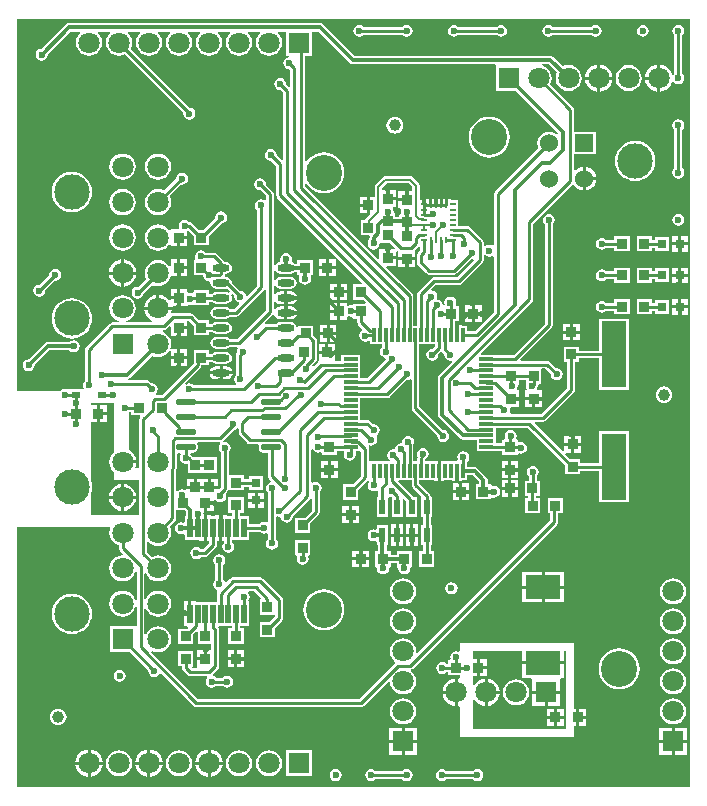
<source format=gtl>
G04*
G04 #@! TF.GenerationSoftware,Altium Limited,Altium Designer,20.2.6 (244)*
G04*
G04 Layer_Physical_Order=1*
G04 Layer_Color=255*
%FSLAX44Y44*%
%MOMM*%
G71*
G04*
G04 #@! TF.SameCoordinates,D8BAA703-6470-441F-A09B-1F1B88CACBC1*
G04*
G04*
G04 #@! TF.FilePolarity,Positive*
G04*
G01*
G75*
%ADD10C,0.2000*%
%ADD13C,0.2500*%
%ADD15C,0.3000*%
G04:AMPARAMS|DCode=17|XSize=1.61mm|YSize=0.58mm|CornerRadius=0.145mm|HoleSize=0mm|Usage=FLASHONLY|Rotation=180.000|XOffset=0mm|YOffset=0mm|HoleType=Round|Shape=RoundedRectangle|*
%AMROUNDEDRECTD17*
21,1,1.6100,0.2900,0,0,180.0*
21,1,1.3200,0.5800,0,0,180.0*
1,1,0.2900,-0.6600,0.1450*
1,1,0.2900,0.6600,0.1450*
1,1,0.2900,0.6600,-0.1450*
1,1,0.2900,-0.6600,-0.1450*
%
%ADD17ROUNDEDRECTD17*%
%ADD18R,0.3000X1.2000*%
%ADD19R,1.2000X0.3000*%
%ADD20R,3.0000X2.0000*%
%ADD21R,0.5000X1.6500*%
%ADD22R,0.9000X0.9000*%
%ADD23R,0.5300X1.3100*%
%ADD24O,1.4500X0.6000*%
%ADD25R,0.5300X0.2800*%
%ADD26R,0.2800X0.5300*%
%ADD27R,0.8000X0.5000*%
%ADD28R,2.1000X5.6000*%
%ADD29R,0.9000X0.9000*%
%ADD30C,1.0000*%
%ADD52R,0.8000X0.8000*%
%ADD53R,0.8000X0.8000*%
%ADD54C,1.8000*%
%ADD55R,1.8000X1.8000*%
%ADD56R,1.8000X1.8000*%
%ADD57C,3.0480*%
%ADD58C,3.0000*%
%ADD59R,1.5300X1.5300*%
%ADD60C,1.5300*%
%ADD61C,0.6000*%
G36*
X570000Y0D02*
X473202Y-0D01*
X472349Y-0D01*
X471932Y1097D01*
X471932Y3637D01*
Y38138D01*
X471932Y40676D01*
X471932Y43142D01*
X471932Y51634D01*
X473558D01*
Y58674D01*
Y65714D01*
X471932D01*
Y121412D01*
X375000Y121412D01*
Y115222D01*
X373730Y114504D01*
X372110Y114826D01*
X370159Y114438D01*
X368505Y113333D01*
X367400Y111679D01*
X367012Y109728D01*
X367235Y108608D01*
X366282Y107338D01*
X365254D01*
Y103898D01*
X363971D01*
X363777Y104189D01*
X362123Y105294D01*
X360172Y105682D01*
X358221Y105294D01*
X356567Y104189D01*
X355462Y102535D01*
X355074Y100584D01*
X355462Y98633D01*
X356567Y96979D01*
X358221Y95874D01*
X360172Y95486D01*
X362123Y95874D01*
X363777Y96979D01*
X363971Y97270D01*
X365254D01*
Y94338D01*
X375000D01*
Y92512D01*
X373730Y91399D01*
X373170Y91472D01*
Y80000D01*
Y68528D01*
X373730Y68601D01*
X375000Y67488D01*
Y41910D01*
X470662Y41910D01*
X471840Y41910D01*
X471932Y40680D01*
Y40061D01*
X471932Y2367D01*
Y1097D01*
X471516Y0D01*
X470662Y-0D01*
X0Y0D01*
Y220000D01*
X78522D01*
X79228Y218944D01*
X78784Y217872D01*
X78406Y215000D01*
X78784Y212129D01*
X79892Y209453D01*
X81655Y207155D01*
X83953Y205392D01*
X86261Y204436D01*
Y202250D01*
X86513Y200982D01*
X87232Y199907D01*
X89949Y197190D01*
X89277Y196066D01*
X86629Y195717D01*
X83953Y194608D01*
X81655Y192845D01*
X79892Y190547D01*
X78784Y187872D01*
X78406Y185000D01*
X78784Y182128D01*
X79892Y179453D01*
X81655Y177155D01*
X83953Y175392D01*
X86629Y174283D01*
X89501Y173905D01*
X92372Y174283D01*
X95048Y175392D01*
X97346Y177155D01*
X99109Y179453D01*
X100217Y182128D01*
X101419Y181864D01*
Y158136D01*
X100217Y157872D01*
X99109Y160548D01*
X97346Y162845D01*
X95048Y164608D01*
X92372Y165717D01*
X89501Y166095D01*
X86629Y165717D01*
X83953Y164608D01*
X81655Y162845D01*
X79892Y160548D01*
X78784Y157872D01*
X78406Y155000D01*
X78784Y152128D01*
X79892Y149453D01*
X81655Y147155D01*
X83953Y145392D01*
X86629Y144283D01*
X89501Y143905D01*
X92372Y144283D01*
X95048Y145392D01*
X97346Y147155D01*
X99109Y149453D01*
X100217Y152128D01*
X101419Y151864D01*
Y136847D01*
X100500Y136000D01*
X78501D01*
Y114000D01*
X95814D01*
X111298Y98517D01*
X111173Y97890D01*
X111561Y95939D01*
X112666Y94285D01*
X114320Y93180D01*
X116271Y92792D01*
X118222Y93180D01*
X119876Y94285D01*
X120820Y95698D01*
X122210Y96104D01*
X149657Y68657D01*
X150732Y67939D01*
X152000Y67686D01*
X291377D01*
X292645Y67939D01*
X293720Y68657D01*
X314811Y89748D01*
X315935Y89076D01*
X316284Y86428D01*
X317392Y83752D01*
X319156Y81454D01*
X321453Y79691D01*
X324129Y78583D01*
X327001Y78205D01*
X329872Y78583D01*
X332548Y79691D01*
X334846Y81454D01*
X336609Y83752D01*
X337718Y86428D01*
X338096Y89300D01*
X337718Y92171D01*
X336609Y94847D01*
X334846Y97145D01*
X333780Y97963D01*
X334097Y99320D01*
X334437Y99388D01*
X335513Y100106D01*
X457343Y221937D01*
X458061Y223012D01*
X458314Y224280D01*
Y231517D01*
X462348D01*
Y244517D01*
X449348D01*
Y231517D01*
X451686D01*
Y225653D01*
X339171Y113137D01*
X337968Y113730D01*
X338096Y114700D01*
X337718Y117571D01*
X336609Y120247D01*
X334846Y122545D01*
X332548Y124308D01*
X329872Y125416D01*
X327001Y125794D01*
X324129Y125416D01*
X321453Y124308D01*
X319156Y122545D01*
X317392Y120247D01*
X316284Y117571D01*
X315906Y114700D01*
X316284Y111828D01*
X317392Y109152D01*
X319156Y106854D01*
X320291Y105983D01*
X320168Y104477D01*
X290005Y74314D01*
X153372D01*
X113469Y114218D01*
X114188Y115294D01*
X116629Y114283D01*
X119501Y113905D01*
X122372Y114283D01*
X125048Y115392D01*
X127346Y117155D01*
X129109Y119453D01*
X130217Y122128D01*
X130596Y125000D01*
X130217Y127872D01*
X129109Y130547D01*
X127346Y132845D01*
X125048Y134608D01*
X122372Y135717D01*
X119501Y136095D01*
X116629Y135717D01*
X113953Y134608D01*
X111655Y132845D01*
X109892Y130547D01*
X109317Y129159D01*
X108047Y129411D01*
Y150589D01*
X109317Y150841D01*
X109892Y149453D01*
X111655Y147155D01*
X113953Y145392D01*
X116629Y144283D01*
X119501Y143905D01*
X122372Y144283D01*
X125048Y145392D01*
X127346Y147155D01*
X129109Y149453D01*
X130217Y152128D01*
X130596Y155000D01*
X130217Y157872D01*
X129109Y160548D01*
X127346Y162845D01*
X125048Y164608D01*
X122372Y165717D01*
X119501Y166095D01*
X116629Y165717D01*
X113953Y164608D01*
X111655Y162845D01*
X109892Y160548D01*
X109317Y159159D01*
X108047Y159411D01*
Y180589D01*
X109317Y180841D01*
X109892Y179453D01*
X111655Y177155D01*
X113953Y175392D01*
X116629Y174283D01*
X119501Y173905D01*
X122372Y174283D01*
X125048Y175392D01*
X127346Y177155D01*
X129109Y179453D01*
X130217Y182128D01*
X130596Y185000D01*
X130217Y187872D01*
X129109Y190547D01*
X127346Y192845D01*
X125048Y194608D01*
X122372Y195717D01*
X119501Y196095D01*
X116629Y195717D01*
X114395Y194792D01*
X110314Y198873D01*
Y206928D01*
X111516Y207336D01*
X111655Y207155D01*
X113953Y205392D01*
X116629Y204283D01*
X119501Y203905D01*
X122372Y204283D01*
X125048Y205392D01*
X127346Y207155D01*
X129109Y209453D01*
X130217Y212129D01*
X130596Y215000D01*
X130217Y217872D01*
X129292Y220105D01*
X134094Y224907D01*
X134812Y225982D01*
X135064Y227250D01*
Y234020D01*
X141954D01*
X142932Y233042D01*
Y229270D01*
X142001D01*
Y224420D01*
X140730Y223754D01*
X139000Y224098D01*
X137049Y223710D01*
X135395Y222605D01*
X134290Y220951D01*
X133902Y219000D01*
X134290Y217049D01*
X135395Y215395D01*
X137049Y214290D01*
X139000Y213902D01*
X140730Y214246D01*
X142001Y213580D01*
Y208770D01*
X154460D01*
Y208230D01*
X158230D01*
Y219020D01*
Y230580D01*
X158056Y230792D01*
X158098Y231000D01*
X157857Y232210D01*
X158230Y232731D01*
Y240520D01*
X159501D01*
Y241790D01*
X166541D01*
Y242885D01*
X167810Y243270D01*
X168395Y242395D01*
X170049Y241290D01*
X172000Y240902D01*
X173951Y241290D01*
X175605Y242395D01*
X176710Y244049D01*
X177098Y246000D01*
X176710Y247951D01*
X176601Y248114D01*
X178343Y249857D01*
X179061Y250932D01*
X179079Y251020D01*
X192001D01*
Y254206D01*
X196500D01*
Y251522D01*
X208500D01*
Y263522D01*
X196500D01*
Y260834D01*
X192001D01*
Y264020D01*
X179314D01*
Y283201D01*
X179605Y283395D01*
X180710Y285049D01*
X181098Y287000D01*
X180710Y288951D01*
X179605Y290605D01*
X177951Y291710D01*
X176000Y292098D01*
X175476Y291994D01*
X174850Y293164D01*
X183560Y301874D01*
X183788Y302215D01*
X184803Y302417D01*
X186416Y303495D01*
X186664Y303447D01*
X187686Y303076D01*
Y300000D01*
X187939Y298732D01*
X188657Y297657D01*
X195057Y291257D01*
X196132Y290539D01*
X197400Y290286D01*
X204205D01*
X204932Y289400D01*
Y286500D01*
X205200Y285154D01*
X205963Y284013D01*
X207104Y283250D01*
X208450Y282982D01*
X212686D01*
Y263161D01*
X212939Y261893D01*
X213657Y260818D01*
X215234Y259241D01*
X214816Y257862D01*
X214049Y257710D01*
X212395Y256605D01*
X211290Y254951D01*
X210902Y253000D01*
X211290Y251049D01*
X212395Y249395D01*
X212686Y249201D01*
Y224399D01*
X211566Y223801D01*
X211156Y224075D01*
X209205Y224463D01*
X207254Y224075D01*
X205600Y222970D01*
X205175Y222334D01*
X196500D01*
Y229270D01*
X188814D01*
Y232020D01*
X192001D01*
Y245020D01*
X179000D01*
Y232020D01*
X182187D01*
Y229270D01*
X177540D01*
Y229810D01*
X173771D01*
Y219020D01*
Y208230D01*
X175687D01*
Y206953D01*
X175465Y206805D01*
X174360Y205151D01*
X173972Y203200D01*
X174360Y201249D01*
X175465Y199595D01*
X177119Y198490D01*
X179070Y198102D01*
X181021Y198490D01*
X182675Y199595D01*
X183780Y201249D01*
X184168Y203200D01*
X183780Y205151D01*
X182675Y206805D01*
X182314Y207046D01*
Y208770D01*
X196500D01*
Y215706D01*
X205681D01*
X207254Y214655D01*
X209205Y214267D01*
X211156Y214655D01*
X211566Y214929D01*
X212686Y214331D01*
Y209799D01*
X212395Y209605D01*
X211290Y207951D01*
X210902Y206000D01*
X211290Y204049D01*
X212395Y202395D01*
X214049Y201290D01*
X216000Y200902D01*
X217951Y201290D01*
X219605Y202395D01*
X220710Y204049D01*
X221098Y206000D01*
X220710Y207951D01*
X219605Y209605D01*
X219314Y209799D01*
Y228217D01*
X220584Y228913D01*
X222250Y228582D01*
X222304Y228593D01*
X223706Y227577D01*
X223890Y226649D01*
X224995Y224995D01*
X226649Y223890D01*
X228600Y223502D01*
X230551Y223890D01*
X232205Y224995D01*
X233310Y226649D01*
X233698Y228600D01*
X233630Y228943D01*
X248343Y243657D01*
X248416Y243766D01*
X249686Y243381D01*
Y233873D01*
X243814Y228000D01*
X235500D01*
Y215000D01*
X248500D01*
Y223314D01*
X255343Y230157D01*
X256061Y231232D01*
X256314Y232500D01*
Y249201D01*
X256605Y249395D01*
X257710Y251049D01*
X258098Y253000D01*
X257710Y254951D01*
X256605Y256605D01*
X254951Y257710D01*
X253000Y258098D01*
X251049Y257710D01*
X250584Y257399D01*
X249314Y258078D01*
Y285224D01*
X250584Y285610D01*
X251395Y284395D01*
X253049Y283290D01*
X255000Y282902D01*
X256731Y283246D01*
X258001Y282580D01*
Y281020D01*
X271001D01*
Y284186D01*
X274501D01*
Y284000D01*
X276580D01*
X277246Y282730D01*
X276902Y281000D01*
X277290Y279049D01*
X278395Y277395D01*
X280049Y276290D01*
X282000Y275902D01*
X283951Y276290D01*
X285605Y277395D01*
X286710Y279049D01*
X287098Y281000D01*
X286754Y282730D01*
X287420Y284000D01*
X290501D01*
Y284000D01*
X291686Y283797D01*
Y263392D01*
X284314Y256020D01*
X276001D01*
Y243020D01*
X289000D01*
Y251334D01*
X296943Y259276D01*
X298218Y259107D01*
X298408Y258984D01*
X298517Y258690D01*
X298393Y258482D01*
X297550Y257221D01*
X297162Y255270D01*
X297550Y253319D01*
X298655Y251665D01*
X300309Y250560D01*
X302260Y250172D01*
X304211Y250560D01*
X304916Y251031D01*
X306186Y250353D01*
Y245550D01*
X304850D01*
Y228450D01*
X314150D01*
Y244888D01*
X315411Y245573D01*
X315549Y245480D01*
X317350Y245122D01*
Y228450D01*
X326650D01*
Y243584D01*
X327823Y244070D01*
X329786Y242108D01*
Y238400D01*
X329850Y238080D01*
Y228450D01*
X339150D01*
Y245550D01*
X335626D01*
X335443Y245823D01*
X322939Y258327D01*
X323425Y259500D01*
X334187D01*
Y255590D01*
X334439Y254321D01*
X335157Y253246D01*
X341805Y246599D01*
X342350Y245550D01*
X342350D01*
X342350Y245550D01*
Y228450D01*
X343686D01*
Y221550D01*
X342350D01*
Y204450D01*
X343686D01*
Y199500D01*
X340500D01*
Y186500D01*
X353500D01*
Y199500D01*
X350314D01*
Y204450D01*
X351650D01*
Y221550D01*
X350314D01*
Y228450D01*
X351650D01*
Y245550D01*
X350314D01*
Y246090D01*
X350061Y247358D01*
X349343Y248433D01*
X340814Y256962D01*
Y259500D01*
X353461D01*
Y258960D01*
X356231D01*
Y267500D01*
Y276040D01*
X353461D01*
Y275500D01*
X345814D01*
Y277115D01*
X347350Y278141D01*
X348455Y279795D01*
X348843Y281746D01*
X348455Y283696D01*
X347350Y285350D01*
X345696Y286455D01*
X343745Y286844D01*
X341794Y286455D01*
X340140Y285350D01*
X339035Y283696D01*
X338647Y281746D01*
X339035Y279795D01*
X339346Y279329D01*
X339187Y278529D01*
Y275500D01*
X335814D01*
Y289930D01*
X335960Y290149D01*
X336348Y292100D01*
X335960Y294051D01*
X334855Y295705D01*
X333201Y296810D01*
X331250Y297198D01*
X329300Y296810D01*
X327646Y295705D01*
X326541Y294051D01*
X326153Y292100D01*
X326228Y291720D01*
X325481Y290973D01*
X325110Y290830D01*
X323248Y290460D01*
X321595Y289355D01*
X320490Y287701D01*
X320302Y286758D01*
X318907Y285741D01*
X318770Y285768D01*
X316819Y285380D01*
X315165Y284275D01*
X314060Y282621D01*
X313672Y280670D01*
X314060Y278719D01*
X315165Y277065D01*
X315607Y276770D01*
X315222Y275500D01*
X299584D01*
X299001Y275500D01*
X298314Y276486D01*
Y286390D01*
X298061Y287658D01*
X297803Y288044D01*
X298567Y289187D01*
X300000Y288902D01*
X301951Y289290D01*
X303605Y290395D01*
X304710Y292049D01*
X305098Y294000D01*
X304710Y295951D01*
X304537Y296210D01*
X304913Y297933D01*
X305605Y298395D01*
X306710Y300049D01*
X307098Y302000D01*
X306710Y303951D01*
X305605Y305605D01*
X303951Y306710D01*
X302000Y307098D01*
X301657Y307030D01*
X298843Y309843D01*
X297768Y310561D01*
X296500Y310814D01*
X290501D01*
Y319000D01*
Y329186D01*
X313450D01*
X314718Y329439D01*
X315793Y330157D01*
X329857Y344220D01*
X330200Y344152D01*
X332151Y344540D01*
X332917Y345052D01*
X334187Y344373D01*
Y320499D01*
X334439Y319231D01*
X335157Y318156D01*
X355970Y297343D01*
X355902Y297000D01*
X356290Y295049D01*
X357395Y293395D01*
X359049Y292290D01*
X361000Y291902D01*
X362951Y292290D01*
X364605Y293395D01*
X365710Y295049D01*
X366098Y297000D01*
X365710Y298951D01*
X364605Y300605D01*
X362951Y301710D01*
X361000Y302098D01*
X360657Y302030D01*
X340814Y321872D01*
Y374500D01*
X354187D01*
Y372843D01*
X352133Y370790D01*
X351790Y370858D01*
X349839Y370470D01*
X348185Y369365D01*
X347080Y367711D01*
X346692Y365760D01*
X347080Y363809D01*
X348185Y362155D01*
X349839Y361050D01*
X351790Y360662D01*
X353741Y361050D01*
X355395Y362155D01*
X356500Y363809D01*
X356888Y365760D01*
X356820Y366103D01*
X358851Y368135D01*
X359707Y368050D01*
X360308Y367796D01*
X362000Y366103D01*
X361932Y365760D01*
X362320Y363809D01*
X363425Y362155D01*
X365079Y361050D01*
X367030Y360662D01*
X368015Y360858D01*
X368641Y359688D01*
X357477Y348523D01*
X356703Y347366D01*
X356431Y346000D01*
Y315000D01*
X356703Y313634D01*
X357477Y312477D01*
X374977Y294977D01*
X376134Y294203D01*
X377500Y293931D01*
X389501D01*
Y284000D01*
X405500D01*
Y284186D01*
X411001D01*
Y281020D01*
X424001D01*
Y281580D01*
X425271Y282246D01*
X427000Y281902D01*
X428951Y282290D01*
X430605Y283395D01*
X431710Y285049D01*
X432098Y287000D01*
X431710Y288951D01*
X430605Y290605D01*
X428951Y291710D01*
X427000Y292098D01*
X425271Y291754D01*
X424001Y292420D01*
Y294020D01*
X423433D01*
X422758Y295290D01*
X423098Y297000D01*
X422710Y298951D01*
X421605Y300605D01*
X419951Y301710D01*
X418000Y302098D01*
X416049Y301710D01*
X414395Y300605D01*
X413290Y298951D01*
X412902Y297000D01*
X413242Y295290D01*
X412567Y294020D01*
X411001D01*
Y290814D01*
X405500D01*
Y304186D01*
X432648D01*
X464001Y272834D01*
Y264520D01*
X477001D01*
Y267706D01*
X493293D01*
Y241020D01*
X518293D01*
Y301020D01*
X493293D01*
Y274334D01*
X477001D01*
Y277520D01*
X468687D01*
X464497Y281710D01*
X465023Y282980D01*
X469230D01*
Y288750D01*
X463461D01*
Y284542D01*
X462191Y284016D01*
X438194Y308013D01*
X438680Y309186D01*
X445850D01*
X447118Y309439D01*
X448193Y310157D01*
X471844Y333807D01*
X472562Y334882D01*
X472814Y336151D01*
Y359520D01*
X476001D01*
Y362706D01*
X493293D01*
Y336020D01*
X518293D01*
Y396020D01*
X493293D01*
Y369334D01*
X476001D01*
Y372520D01*
X463000D01*
Y359520D01*
X466187D01*
Y337523D01*
X444478Y315814D01*
X418199D01*
X417513Y317084D01*
X417848Y318770D01*
X417561Y320210D01*
X418364Y321480D01*
X425541D01*
Y327250D01*
X418501D01*
Y329790D01*
X425541D01*
Y335560D01*
X424062D01*
X423463Y336680D01*
X423710Y337049D01*
X424098Y339000D01*
X423949Y339750D01*
X424991Y341020D01*
X425000D01*
Y344206D01*
X431001D01*
Y341020D01*
X431001Y341020D01*
X431001D01*
X431051Y339750D01*
X430902Y339000D01*
X431290Y337049D01*
X431537Y336680D01*
X430938Y335560D01*
X430461D01*
Y329790D01*
X437500D01*
X444540D01*
Y335560D01*
X441062D01*
X440463Y336680D01*
X440710Y337049D01*
X441098Y339000D01*
X440949Y339750D01*
X441846Y341020D01*
X444001D01*
Y354020D01*
X445202Y354186D01*
X447578D01*
X452170Y349593D01*
X452102Y349250D01*
X452490Y347299D01*
X453595Y345645D01*
X455249Y344540D01*
X457200Y344152D01*
X459151Y344540D01*
X460805Y345645D01*
X461910Y347299D01*
X462298Y349250D01*
X461910Y351201D01*
X460805Y352855D01*
X459151Y353960D01*
X457200Y354348D01*
X456857Y354280D01*
X451293Y359843D01*
X450218Y360561D01*
X448950Y360814D01*
X426849D01*
X426363Y361987D01*
X452743Y388367D01*
X453461Y389442D01*
X453714Y390710D01*
Y476201D01*
X454005Y476395D01*
X455110Y478049D01*
X455498Y480000D01*
X455110Y481951D01*
X454005Y483605D01*
X452351Y484710D01*
X450400Y485098D01*
X448449Y484710D01*
X446795Y483605D01*
X445690Y481951D01*
X445302Y480000D01*
X445690Y478049D01*
X446795Y476395D01*
X447086Y476201D01*
Y392082D01*
X420817Y365814D01*
X405500D01*
Y366000D01*
X393345D01*
X392859Y367173D01*
X436343Y410657D01*
X437061Y411732D01*
X437314Y413000D01*
Y476627D01*
X470248Y509562D01*
X470523Y509628D01*
X471796Y509448D01*
X471842Y509413D01*
X473132Y507732D01*
X475261Y506099D01*
X477740Y505072D01*
X479130Y504889D01*
Y515000D01*
Y525111D01*
X477740Y524928D01*
X475261Y523901D01*
X473132Y522268D01*
X473016Y522116D01*
X471814Y522524D01*
Y535350D01*
X490050D01*
Y554650D01*
X471814D01*
Y573400D01*
X471561Y574669D01*
X470843Y575743D01*
X451691Y594895D01*
X452616Y597129D01*
X452994Y600001D01*
X452616Y602872D01*
X451508Y605548D01*
X449745Y607846D01*
X447447Y609609D01*
X444771Y610718D01*
X445015Y611931D01*
X450322D01*
X457402Y604851D01*
X456583Y602872D01*
X456205Y600001D01*
X456583Y597129D01*
X457691Y594453D01*
X459454Y592155D01*
X461752Y590392D01*
X464428Y589284D01*
X467300Y588906D01*
X470171Y589284D01*
X472847Y590392D01*
X475145Y592155D01*
X476908Y594453D01*
X478016Y597129D01*
X478395Y600001D01*
X478016Y602872D01*
X476908Y605548D01*
X475145Y607846D01*
X472847Y609609D01*
X470171Y610718D01*
X467300Y611096D01*
X464428Y610718D01*
X462449Y609898D01*
X454324Y618023D01*
X453166Y618797D01*
X451800Y619069D01*
X285978D01*
X259523Y645523D01*
X258366Y646297D01*
X257000Y646569D01*
X44000D01*
X42634Y646297D01*
X41477Y645523D01*
X21043Y625089D01*
X21000Y625098D01*
X19049Y624710D01*
X17395Y623605D01*
X16290Y621951D01*
X15902Y620000D01*
X16290Y618049D01*
X17395Y616395D01*
X19049Y615290D01*
X21000Y614902D01*
X22951Y615290D01*
X24605Y616395D01*
X25710Y618049D01*
X26098Y620000D01*
X26089Y620043D01*
X45478Y639431D01*
X53343D01*
X53751Y638229D01*
X53251Y637845D01*
X51488Y635547D01*
X50380Y632872D01*
X50002Y630000D01*
X50380Y627128D01*
X51488Y624453D01*
X53251Y622155D01*
X55549Y620392D01*
X58225Y619283D01*
X61097Y618905D01*
X63968Y619283D01*
X66644Y620392D01*
X68942Y622155D01*
X70705Y624453D01*
X71814Y627128D01*
X72192Y630000D01*
X71814Y632872D01*
X70705Y635547D01*
X68942Y637845D01*
X68442Y638229D01*
X68850Y639431D01*
X78743D01*
X79151Y638229D01*
X78651Y637845D01*
X76888Y635547D01*
X75780Y632872D01*
X75402Y630000D01*
X75780Y627128D01*
X76888Y624453D01*
X78651Y622155D01*
X80949Y620392D01*
X83625Y619283D01*
X86497Y618905D01*
X89368Y619283D01*
X91602Y620208D01*
X141053Y570758D01*
X140902Y570000D01*
X141290Y568049D01*
X142395Y566395D01*
X144049Y565290D01*
X146000Y564902D01*
X147951Y565290D01*
X149605Y566395D01*
X150710Y568049D01*
X151098Y570000D01*
X150710Y571951D01*
X149605Y573605D01*
X147951Y574710D01*
X146106Y575077D01*
X96288Y624895D01*
X97213Y627128D01*
X97591Y630000D01*
X97213Y632872D01*
X96105Y635547D01*
X94342Y637845D01*
X93842Y638229D01*
X94250Y639431D01*
X104143D01*
X104551Y638229D01*
X104051Y637845D01*
X102288Y635547D01*
X101179Y632872D01*
X100801Y630000D01*
X101179Y627128D01*
X102288Y624453D01*
X104051Y622155D01*
X106349Y620392D01*
X109025Y619283D01*
X111896Y618905D01*
X114768Y619283D01*
X117444Y620392D01*
X119741Y622155D01*
X121505Y624453D01*
X122613Y627128D01*
X122991Y630000D01*
X122613Y632872D01*
X121505Y635547D01*
X119741Y637845D01*
X119242Y638229D01*
X119650Y639431D01*
X129541D01*
X129949Y638229D01*
X129450Y637846D01*
X127687Y635548D01*
X126579Y632872D01*
X126201Y630001D01*
X126579Y627129D01*
X127687Y624453D01*
X129450Y622156D01*
X131748Y620392D01*
X134424Y619284D01*
X137295Y618906D01*
X140167Y619284D01*
X142843Y620392D01*
X145141Y622156D01*
X146904Y624453D01*
X148012Y627129D01*
X148390Y630001D01*
X148012Y632872D01*
X146904Y635548D01*
X145141Y637846D01*
X144642Y638229D01*
X145050Y639431D01*
X154944D01*
X155353Y638229D01*
X154852Y637845D01*
X153089Y635547D01*
X151980Y632871D01*
X151602Y629999D01*
X151980Y627128D01*
X153089Y624452D01*
X154852Y622154D01*
X157150Y620391D01*
X159825Y619282D01*
X162697Y618904D01*
X165569Y619282D01*
X168244Y620391D01*
X170542Y622154D01*
X172306Y624452D01*
X173414Y627128D01*
X173792Y629999D01*
X173414Y632871D01*
X172306Y635547D01*
X170542Y637845D01*
X170041Y638229D01*
X170450Y639431D01*
X180344D01*
X180753Y638229D01*
X180252Y637845D01*
X178489Y635547D01*
X177380Y632871D01*
X177002Y629999D01*
X177380Y627128D01*
X178489Y624452D01*
X180252Y622154D01*
X182550Y620391D01*
X185226Y619282D01*
X188097Y618904D01*
X190969Y619282D01*
X193645Y620391D01*
X195942Y622154D01*
X197705Y624452D01*
X198814Y627128D01*
X199192Y629999D01*
X198814Y632871D01*
X197705Y635547D01*
X195942Y637845D01*
X195441Y638229D01*
X195850Y639431D01*
X205744D01*
X206153Y638229D01*
X205652Y637845D01*
X203889Y635547D01*
X202780Y632871D01*
X202402Y629999D01*
X202780Y627128D01*
X203889Y624452D01*
X205652Y622154D01*
X207950Y620391D01*
X210625Y619282D01*
X213497Y618904D01*
X216369Y619282D01*
X219044Y620391D01*
X221342Y622154D01*
X223106Y624452D01*
X224214Y627128D01*
X224592Y629999D01*
X224214Y632871D01*
X223106Y635547D01*
X221342Y637845D01*
X220841Y638229D01*
X221250Y639431D01*
X227897D01*
Y618999D01*
X230035D01*
X230161Y617729D01*
X228797Y617458D01*
X227143Y616353D01*
X226038Y614699D01*
X225650Y612748D01*
X226038Y610797D01*
X227143Y609143D01*
X228797Y608038D01*
X230748Y607650D01*
X231686Y606705D01*
Y592796D01*
X230416Y592270D01*
X228030Y594657D01*
X228098Y595000D01*
X227710Y596951D01*
X226605Y598605D01*
X224951Y599710D01*
X223000Y600098D01*
X221049Y599710D01*
X219395Y598605D01*
X218290Y596951D01*
X217902Y595000D01*
X218290Y593049D01*
X219395Y591395D01*
X221049Y590290D01*
X223000Y589902D01*
X223343Y589970D01*
X225686Y587627D01*
Y530796D01*
X224416Y530270D01*
X220030Y534657D01*
X220098Y535000D01*
X219710Y536951D01*
X218605Y538605D01*
X216951Y539710D01*
X215000Y540098D01*
X213049Y539710D01*
X211395Y538605D01*
X210290Y536951D01*
X209902Y535000D01*
X210290Y533049D01*
X211395Y531395D01*
X213049Y530290D01*
X215000Y529902D01*
X215343Y529970D01*
X219686Y525627D01*
Y501000D01*
X219939Y499732D01*
X220657Y498657D01*
X292640Y426673D01*
X292155Y425500D01*
X285000D01*
Y412500D01*
X293314D01*
X295620Y410193D01*
X295135Y409020D01*
X285001D01*
Y408995D01*
X283731Y407953D01*
X283000Y408098D01*
X281049Y407710D01*
X280661Y407450D01*
X279541Y408049D01*
Y409560D01*
X273771D01*
Y402520D01*
Y395480D01*
X279541D01*
Y397951D01*
X280661Y398550D01*
X281049Y398290D01*
X283000Y397902D01*
X283731Y398047D01*
X285001Y397005D01*
Y396020D01*
X288187D01*
Y393500D01*
X288439Y392232D01*
X289158Y391157D01*
X292514Y387800D01*
X292305Y386213D01*
X291395Y385605D01*
X290290Y383951D01*
X289902Y382000D01*
X290290Y380049D01*
X291395Y378395D01*
X293049Y377290D01*
X295000Y376902D01*
X296951Y377290D01*
X297731Y377811D01*
X299001Y377132D01*
Y374500D01*
X309187D01*
Y372153D01*
X308815Y371905D01*
X307710Y370251D01*
X307322Y368300D01*
X307710Y366349D01*
X308815Y364695D01*
X310469Y363590D01*
X311397Y363406D01*
X312413Y362004D01*
X312402Y361950D01*
X312470Y361607D01*
X296677Y345814D01*
X290501D01*
Y354000D01*
Y366000D01*
X274501D01*
Y360564D01*
X270646D01*
X269540Y360960D01*
X269540Y361834D01*
Y366730D01*
X262500D01*
X255460D01*
Y361404D01*
X255460Y360960D01*
X255208Y359794D01*
X254907Y359593D01*
X251311Y355997D01*
X249901Y356383D01*
X249811Y356736D01*
X253093Y360018D01*
X253811Y361093D01*
X254064Y362361D01*
Y377750D01*
X253811Y379018D01*
X253093Y380093D01*
X251000Y382186D01*
Y390500D01*
X238000D01*
Y389318D01*
X236730Y389193D01*
X236460Y390551D01*
X235355Y392205D01*
X233701Y393310D01*
X231750Y393698D01*
X223250D01*
X221299Y393310D01*
X219645Y392205D01*
X219451Y391914D01*
X210800D01*
X210346Y391823D01*
X209720Y392994D01*
X216343Y399617D01*
X216573Y399961D01*
X217757Y399789D01*
X217921Y399693D01*
X218031Y399138D01*
X219256Y397306D01*
X221088Y396082D01*
X223250Y395652D01*
X226230D01*
Y401300D01*
Y406949D01*
X223250D01*
X221088Y406519D01*
X219256Y405294D01*
X218584Y404288D01*
X217314Y404673D01*
Y410627D01*
X218584Y411012D01*
X219256Y410006D01*
X221088Y408782D01*
X223250Y408352D01*
X226230D01*
Y414000D01*
Y419649D01*
X223250D01*
X221088Y419219D01*
X219256Y417994D01*
X218584Y416988D01*
X217314Y417373D01*
Y424177D01*
X218489Y424700D01*
X218584Y424684D01*
X219645Y423095D01*
X221299Y421990D01*
X223250Y421602D01*
X231750D01*
X233701Y421990D01*
X235355Y423095D01*
X236460Y424749D01*
X236848Y426700D01*
X236460Y428651D01*
X235355Y430305D01*
X233701Y431410D01*
X231750Y431798D01*
X223250D01*
X221299Y431410D01*
X219645Y430305D01*
X218584Y428716D01*
X218489Y428700D01*
X217314Y429223D01*
Y436877D01*
X218489Y437400D01*
X218584Y437384D01*
X219645Y435795D01*
X221299Y434690D01*
X223250Y434302D01*
X231750D01*
X233701Y434690D01*
X235355Y435795D01*
X235392Y435851D01*
X237340D01*
Y432920D01*
X238526D01*
X239230Y431650D01*
X238902Y430000D01*
X239290Y428049D01*
X240395Y426395D01*
X242049Y425290D01*
X244000Y424902D01*
X245951Y425290D01*
X247605Y426395D01*
X248710Y428049D01*
X249098Y430000D01*
X248770Y431650D01*
X249473Y432920D01*
X250340D01*
Y445920D01*
X237340D01*
Y442989D01*
X235366D01*
X235355Y443005D01*
X233701Y444110D01*
X233518Y444146D01*
X232816Y445581D01*
X233098Y447000D01*
X232710Y448951D01*
X231605Y450605D01*
X229951Y451710D01*
X228000Y452098D01*
X226049Y451710D01*
X224395Y450605D01*
X223290Y448951D01*
X222902Y447000D01*
X223155Y445729D01*
X223212Y444992D01*
X222262Y444301D01*
X221299Y444110D01*
X219645Y443005D01*
X218584Y441416D01*
X218489Y441400D01*
X217314Y441923D01*
Y502000D01*
X217061Y503268D01*
X216343Y504343D01*
X211030Y509657D01*
X211098Y510000D01*
X210710Y511951D01*
X209605Y513605D01*
X207951Y514710D01*
X206000Y515098D01*
X204049Y514710D01*
X202395Y513605D01*
X201290Y511951D01*
X200902Y510000D01*
X201290Y508049D01*
X202395Y506395D01*
X204049Y505290D01*
X206000Y504902D01*
X206343Y504970D01*
X210686Y500628D01*
Y497158D01*
X209416Y496479D01*
X208710Y496951D01*
X206759Y497339D01*
X204809Y496951D01*
X203155Y495845D01*
X202050Y494192D01*
X201661Y492241D01*
X202050Y490290D01*
X203155Y488636D01*
X203696Y488274D01*
Y424283D01*
X195230Y415817D01*
X193852Y416235D01*
X193710Y416951D01*
X192605Y418605D01*
X190951Y419710D01*
X189135Y420071D01*
X182309Y426898D01*
X181960Y428651D01*
X180855Y430305D01*
X179201Y431410D01*
X177250Y431798D01*
X176654D01*
X175976Y433068D01*
X176061Y433196D01*
X176281Y434302D01*
X177250D01*
X179201Y434690D01*
X180855Y435795D01*
X181960Y437449D01*
X182348Y439400D01*
X181960Y441351D01*
X180855Y443005D01*
X179201Y444110D01*
X177250Y444498D01*
X176042D01*
X175343Y445543D01*
X169543Y451343D01*
X168468Y452061D01*
X167200Y452314D01*
X159799D01*
X159605Y452605D01*
X157951Y453710D01*
X156000Y454098D01*
X154049Y453710D01*
X152395Y452605D01*
X151290Y450951D01*
X150902Y449000D01*
X151262Y447190D01*
X151166Y446797D01*
X150697Y445920D01*
X149710D01*
Y432920D01*
X157918D01*
X158290Y431049D01*
X159395Y429395D01*
X161049Y428290D01*
X162849Y427932D01*
X163680Y426841D01*
X163652Y426700D01*
X164040Y424749D01*
X165145Y423095D01*
X166799Y421990D01*
X168750Y421602D01*
X177250D01*
X178069Y421765D01*
X180393Y419441D01*
X179583Y418454D01*
X179201Y418710D01*
X177250Y419098D01*
X168750D01*
X166799Y418710D01*
X165145Y417605D01*
X164964Y417334D01*
X162710D01*
Y420520D01*
X149710D01*
Y418614D01*
X148440Y417812D01*
X147000Y418098D01*
X145520Y417804D01*
X144250Y418587D01*
Y421060D01*
X138480D01*
Y414020D01*
Y406980D01*
X144250D01*
Y407413D01*
X145520Y408196D01*
X147000Y407902D01*
X148440Y408189D01*
X149710Y407520D01*
Y407520D01*
X162710D01*
Y410706D01*
X164937D01*
X165145Y410395D01*
X166799Y409290D01*
X168750Y408902D01*
X177250D01*
X179201Y409290D01*
X180855Y410395D01*
X181960Y412049D01*
X182348Y414000D01*
X181960Y415951D01*
X181704Y416333D01*
X182691Y417143D01*
X184057Y415777D01*
X183902Y415000D01*
X184290Y413049D01*
X185395Y411395D01*
X187049Y410290D01*
X187765Y410148D01*
X188183Y408770D01*
X184028Y404614D01*
X181049D01*
X180855Y404905D01*
X179201Y406010D01*
X177250Y406398D01*
X168750D01*
X166799Y406010D01*
X165145Y404905D01*
X164040Y403251D01*
X163652Y401300D01*
X164040Y399349D01*
X165145Y397695D01*
X166799Y396590D01*
X168750Y396202D01*
X177250D01*
X179201Y396590D01*
X180855Y397695D01*
X181049Y397986D01*
X185400D01*
X186668Y398239D01*
X187743Y398957D01*
X209353Y420567D01*
X209416Y420662D01*
X210686Y420276D01*
Y403333D01*
X186567Y379214D01*
X181049D01*
X180855Y379505D01*
X179201Y380610D01*
X177250Y380998D01*
X168750D01*
X166799Y380610D01*
X165145Y379505D01*
X164040Y377851D01*
X163652Y375900D01*
X164040Y373949D01*
X165145Y372295D01*
X166799Y371190D01*
X168750Y370802D01*
X177250D01*
X179201Y371190D01*
X180855Y372295D01*
X181049Y372586D01*
X186663D01*
X187342Y371316D01*
X186709Y370370D01*
X186321Y368419D01*
X186410Y367974D01*
X185939Y367268D01*
X185686Y366000D01*
Y348799D01*
X185395Y348605D01*
X184290Y346951D01*
X183902Y345000D01*
X184290Y343049D01*
X185395Y341395D01*
X185787Y341134D01*
X185401Y339864D01*
X149849D01*
X149655Y340155D01*
X148001Y341260D01*
X146050Y341648D01*
X144099Y341260D01*
X143023Y340541D01*
X142214Y341528D01*
X155406Y354720D01*
X156125Y355795D01*
X156309Y356720D01*
X162710D01*
Y359906D01*
X164937D01*
X165145Y359595D01*
X166799Y358490D01*
X168750Y358102D01*
X177250D01*
X179201Y358490D01*
X180855Y359595D01*
X181960Y361249D01*
X182348Y363200D01*
X181960Y365151D01*
X180855Y366805D01*
X179201Y367910D01*
X177250Y368298D01*
X168750D01*
X166799Y367910D01*
X165145Y366805D01*
X164964Y366534D01*
X162710D01*
Y369720D01*
X149710D01*
Y358396D01*
X122878Y331564D01*
X118123D01*
X117738Y332834D01*
X117905Y332945D01*
X119010Y334599D01*
X119398Y336550D01*
X119010Y338501D01*
X117905Y340155D01*
X116251Y341260D01*
X114300Y341648D01*
X113956Y341580D01*
X112193Y343343D01*
X111118Y344061D01*
X109850Y344314D01*
X94390D01*
X94265Y345584D01*
X94866Y345703D01*
X96023Y346477D01*
X114650Y365103D01*
X116628Y364283D01*
X119500Y363905D01*
X122372Y364283D01*
X125048Y365392D01*
X127345Y367155D01*
X128900Y369181D01*
X130090Y368900D01*
X130170Y368855D01*
Y364490D01*
X135940D01*
Y370260D01*
X130818D01*
X129927Y371429D01*
X130217Y372128D01*
X130595Y375000D01*
X130217Y377872D01*
X129108Y380547D01*
X127345Y382845D01*
X125048Y384608D01*
X123363Y385306D01*
X123615Y386576D01*
X124460D01*
X125728Y386829D01*
X126803Y387547D01*
X128997Y389740D01*
X130170Y389254D01*
Y381580D01*
X135940D01*
Y388620D01*
X137210D01*
Y389890D01*
X144250D01*
Y394196D01*
X145948D01*
X149710Y390434D01*
Y382120D01*
X162710D01*
Y385306D01*
X164937D01*
X165145Y384995D01*
X166799Y383890D01*
X168750Y383502D01*
X177250D01*
X179201Y383890D01*
X180855Y384995D01*
X181960Y386649D01*
X182348Y388600D01*
X181960Y390551D01*
X180855Y392205D01*
X179201Y393310D01*
X177250Y393698D01*
X168750D01*
X166799Y393310D01*
X165145Y392205D01*
X164964Y391934D01*
X162710D01*
Y395120D01*
X154396D01*
X149663Y399853D01*
X148588Y400571D01*
X147320Y400824D01*
X132080D01*
X131596Y400727D01*
X130717Y401713D01*
X130682Y401841D01*
X130743Y401987D01*
X130972Y403730D01*
X119500D01*
X108028D01*
X108257Y401987D01*
X109420Y399180D01*
X111270Y396770D01*
X113680Y394920D01*
X114757Y394474D01*
X114505Y393204D01*
X93084D01*
X92831Y394474D01*
X95048Y395392D01*
X97345Y397155D01*
X99108Y399453D01*
X100217Y402128D01*
X100595Y405000D01*
X100217Y407872D01*
X99108Y410547D01*
X97345Y412845D01*
X95048Y414608D01*
X92372Y415717D01*
X89500Y416095D01*
X86629Y415717D01*
X83953Y414608D01*
X81655Y412845D01*
X79892Y410547D01*
X78783Y407872D01*
X78405Y405000D01*
X78783Y402128D01*
X79892Y399453D01*
X81655Y397155D01*
X83953Y395392D01*
X86168Y394474D01*
X85916Y393204D01*
X80890D01*
X79622Y392951D01*
X78547Y392233D01*
X58657Y372343D01*
X57939Y371268D01*
X57686Y370000D01*
Y343799D01*
X57395Y343605D01*
X56290Y341951D01*
X55902Y340000D01*
X56290Y338049D01*
X56659Y337497D01*
X55798Y336500D01*
X44000D01*
X44000Y336500D01*
X42951Y336710D01*
X42951Y336710D01*
X41000Y337098D01*
X39049Y336710D01*
X37395Y335605D01*
X36991Y335000D01*
X0D01*
Y650000D01*
X570000Y650000D01*
X570000Y0D01*
D02*
G37*
G36*
X281977Y612977D02*
X283134Y612203D01*
X284500Y611931D01*
X404680D01*
X405500Y611001D01*
Y589001D01*
X422453D01*
X457990Y553464D01*
X458015Y553294D01*
X457924Y552991D01*
X456455Y552517D01*
X455267Y553429D01*
X452919Y554402D01*
X450400Y554733D01*
X447881Y554402D01*
X445533Y553429D01*
X443517Y551883D01*
X441971Y549867D01*
X440998Y547519D01*
X440667Y545000D01*
X440998Y542481D01*
X441642Y540928D01*
X404657Y503943D01*
X403939Y502868D01*
X403686Y501600D01*
Y459078D01*
X402416Y458399D01*
X401951Y458710D01*
X400000Y459098D01*
X398049Y458710D01*
X396584Y457731D01*
X395314Y458098D01*
Y461000D01*
X395061Y462268D01*
X394343Y463343D01*
X383793Y473893D01*
X382718Y474611D01*
X381450Y474864D01*
X373850D01*
Y485350D01*
Y496450D01*
X367390D01*
Y497890D01*
X364720D01*
Y496451D01*
X364549D01*
Y492700D01*
X362180D01*
Y497890D01*
X360420D01*
Y492700D01*
X357880D01*
Y497890D01*
X356120D01*
Y492700D01*
X353580D01*
Y497890D01*
X351820D01*
Y492700D01*
X349280D01*
Y497890D01*
X346610D01*
Y496990D01*
X346070D01*
Y493050D01*
X343530D01*
Y496990D01*
X341059D01*
Y509000D01*
X341059Y509000D01*
X340826Y510171D01*
X340163Y511163D01*
X340163Y511163D01*
X335163Y516163D01*
X334171Y516826D01*
X333000Y517059D01*
X333000Y517059D01*
X312000D01*
X312000Y517059D01*
X310830Y516826D01*
X309837Y516163D01*
X309837Y516163D01*
X303837Y510163D01*
X303174Y509170D01*
X302941Y508000D01*
X302941Y508000D01*
Y499540D01*
X298944D01*
Y492500D01*
Y484327D01*
X298961Y484287D01*
X295837Y481163D01*
X295174Y480171D01*
X295140Y480000D01*
X291174D01*
Y467000D01*
X297994D01*
X298660Y465730D01*
X298431Y464583D01*
Y463629D01*
X298395Y463605D01*
X297290Y461951D01*
X296902Y460000D01*
X297290Y458049D01*
X298395Y456395D01*
X300049Y455290D01*
X302000Y454902D01*
X303951Y455290D01*
X305605Y456395D01*
X306710Y458049D01*
X306987Y459442D01*
X307298Y460084D01*
X308293Y460500D01*
X315814D01*
X320004Y456310D01*
X319478Y455040D01*
X315270D01*
Y449270D01*
X321040D01*
Y452863D01*
X322310Y453465D01*
X322960Y452994D01*
Y448270D01*
X330000D01*
X337040D01*
Y454040D01*
X337040Y454040D01*
X337040D01*
X337699Y455013D01*
X340216Y457530D01*
X340743Y457456D01*
X341486Y457082D01*
Y454173D01*
X339657Y452343D01*
X338939Y451268D01*
X338686Y450000D01*
Y444000D01*
X338939Y442732D01*
X339657Y441657D01*
X346657Y434657D01*
X347732Y433939D01*
X349000Y433686D01*
X370000D01*
X371268Y433939D01*
X372343Y434657D01*
X384657Y446970D01*
X385000Y446902D01*
X385576Y447017D01*
X386952Y445995D01*
X386984Y445670D01*
X372627Y431314D01*
X353000D01*
X351732Y431061D01*
X350657Y430343D01*
X340158Y419844D01*
X339439Y418769D01*
X339187Y417500D01*
Y390500D01*
X335814D01*
Y415499D01*
X335562Y416768D01*
X334844Y417843D01*
X312900Y439787D01*
X313386Y440960D01*
X321040D01*
Y446730D01*
X314000D01*
Y448000D01*
X312730D01*
Y455040D01*
X306960D01*
Y447385D01*
X305787Y446899D01*
X244314Y508372D01*
Y510162D01*
X245546Y510470D01*
X245596Y510376D01*
X247750Y507751D01*
X250376Y505596D01*
X253371Y503995D01*
X256620Y503009D01*
X260000Y502677D01*
X263380Y503009D01*
X266629Y503995D01*
X269624Y505596D01*
X272250Y507751D01*
X274404Y510376D01*
X276005Y513371D01*
X276991Y516620D01*
X277323Y520000D01*
X276991Y523380D01*
X276005Y526629D01*
X274404Y529624D01*
X272250Y532249D01*
X269624Y534404D01*
X266629Y536005D01*
X263380Y536991D01*
X260000Y537323D01*
X256620Y536991D01*
X253371Y536005D01*
X250376Y534404D01*
X247750Y532249D01*
X245596Y529624D01*
X245546Y529530D01*
X244314Y529838D01*
Y618999D01*
X249897D01*
Y639431D01*
X255522D01*
X281977Y612977D01*
D02*
G37*
G36*
X334941Y507733D02*
Y504040D01*
X331270D01*
Y497000D01*
X330000D01*
Y495730D01*
X322960D01*
Y489960D01*
X324553D01*
X325238Y488690D01*
X324902Y487000D01*
X325147Y485770D01*
X324246Y484500D01*
X323500D01*
Y482569D01*
X320500D01*
Y485500D01*
X319801D01*
X318995Y486482D01*
X319098Y487000D01*
X318710Y488951D01*
X318216Y489690D01*
X318895Y490960D01*
X321040D01*
Y496730D01*
X314000D01*
Y498000D01*
X312730D01*
Y505040D01*
X309059D01*
Y506733D01*
X313267Y510941D01*
X331733D01*
X334941Y507733D01*
D02*
G37*
G36*
X398049Y449290D02*
X400000Y448902D01*
X401951Y449290D01*
X402416Y449601D01*
X403686Y448922D01*
Y401373D01*
X388127Y385814D01*
X381001D01*
Y390500D01*
X376540D01*
Y391040D01*
X373770D01*
Y382500D01*
X371230D01*
Y391040D01*
X370814D01*
Y394020D01*
X374001D01*
Y407020D01*
X372433D01*
X371758Y408290D01*
X372098Y410000D01*
X371710Y411951D01*
X370605Y413605D01*
X368951Y414710D01*
X367000Y415098D01*
X365049Y414710D01*
X363395Y413605D01*
X362290Y411951D01*
X361902Y410000D01*
X362114Y408933D01*
X361245Y408099D01*
X360546Y408433D01*
X360310Y409621D01*
X359205Y411275D01*
X357551Y412380D01*
X356803Y412529D01*
X355710Y413049D01*
X355881Y413908D01*
X356098Y415000D01*
X355710Y416951D01*
X354605Y418605D01*
X352951Y419710D01*
X351484Y420002D01*
X350976Y421289D01*
X354373Y424686D01*
X374000D01*
X375268Y424939D01*
X376343Y425657D01*
X394343Y443657D01*
X395061Y444732D01*
X395314Y446000D01*
Y449902D01*
X396584Y450269D01*
X398049Y449290D01*
D02*
G37*
G36*
X97000Y314500D02*
X104178D01*
X104412Y313933D01*
X104581Y313230D01*
X103939Y312268D01*
X103686Y311000D01*
Y270000D01*
X101063D01*
X100358Y271056D01*
X100744Y271987D01*
X100973Y273730D01*
X89501D01*
Y276270D01*
X100973D01*
X100744Y278013D01*
X99581Y280820D01*
X97731Y283230D01*
X95320Y285080D01*
X95000Y285213D01*
Y316991D01*
X95605Y317395D01*
X95799Y317686D01*
X97000D01*
Y314500D01*
D02*
G37*
G36*
X172168Y290973D02*
X172291Y290449D01*
X171290Y288951D01*
X170902Y287000D01*
X171290Y285049D01*
X172395Y283395D01*
X172686Y283201D01*
Y253573D01*
X171213Y252099D01*
X170898Y252230D01*
X163000D01*
Y253500D01*
X161730D01*
Y260540D01*
X152270D01*
Y253500D01*
X151000D01*
Y252230D01*
X143960D01*
Y251894D01*
X142690Y251215D01*
X141951Y251709D01*
X140000Y252097D01*
X138049Y251709D01*
X136395Y250604D01*
X136286Y250441D01*
X134938Y250710D01*
X134812Y251342D01*
X134564Y251714D01*
Y268162D01*
X135061Y268907D01*
X135314Y270175D01*
Y282188D01*
X136295Y282993D01*
X136350Y282982D01*
X138271D01*
X138949Y281712D01*
X138240Y280651D01*
X137852Y278700D01*
X138240Y276749D01*
X139345Y275095D01*
X140999Y273990D01*
X142950Y273602D01*
X143518Y273715D01*
X144500Y272909D01*
Y266000D01*
X169500D01*
Y279000D01*
X149186D01*
X147813Y280373D01*
X147700Y280449D01*
X147660Y280651D01*
X146951Y281712D01*
X147629Y282982D01*
X149550D01*
X150896Y283250D01*
X152037Y284013D01*
X152800Y285154D01*
X153068Y286500D01*
Y289400D01*
X152865Y290416D01*
X153583Y291686D01*
X171728D01*
X172168Y290973D01*
D02*
G37*
G36*
X82500Y283493D02*
X81655Y282845D01*
X79892Y280547D01*
X78784Y277872D01*
X78406Y275000D01*
X78784Y272128D01*
X79892Y269453D01*
X81655Y267155D01*
X82500Y266507D01*
Y260000D01*
X103686D01*
Y230000D01*
X62500D01*
Y247680D01*
X63255Y250167D01*
X63583Y253500D01*
X63255Y256833D01*
X62500Y259320D01*
Y308960D01*
X67730D01*
Y316000D01*
Y323040D01*
X62500D01*
Y325000D01*
X82500D01*
Y283493D01*
D02*
G37*
G36*
X465000Y48514D02*
X386000Y48514D01*
Y73583D01*
X387139Y74124D01*
X387270Y74115D01*
X389070Y71770D01*
X391480Y69920D01*
X394287Y68757D01*
X396030Y68528D01*
Y80000D01*
Y91472D01*
X394287Y91243D01*
X391480Y90080D01*
X389070Y88230D01*
X387270Y85885D01*
X387139Y85876D01*
X386000Y86417D01*
Y93798D01*
X389484D01*
Y100838D01*
Y107878D01*
X386000D01*
Y115000D01*
X427976Y115000D01*
Y106176D01*
X445516D01*
X463056D01*
Y115000D01*
X465000D01*
X465000Y48514D01*
D02*
G37*
%LPC*%
G36*
X490000Y645098D02*
X488049Y644710D01*
X486395Y643605D01*
X486201Y643314D01*
X453799D01*
X453605Y643605D01*
X451951Y644710D01*
X450000Y645098D01*
X448049Y644710D01*
X446395Y643605D01*
X445290Y641951D01*
X444902Y640000D01*
X445290Y638049D01*
X446395Y636395D01*
X448049Y635290D01*
X450000Y634902D01*
X451951Y635290D01*
X453605Y636395D01*
X453799Y636686D01*
X486201D01*
X486395Y636395D01*
X488049Y635290D01*
X490000Y634902D01*
X491951Y635290D01*
X493605Y636395D01*
X494710Y638049D01*
X495098Y640000D01*
X494710Y641951D01*
X493605Y643605D01*
X491951Y644710D01*
X490000Y645098D01*
D02*
G37*
G36*
X410000D02*
X408049Y644710D01*
X406395Y643605D01*
X406201Y643314D01*
X373799D01*
X373605Y643605D01*
X371951Y644710D01*
X370000Y645098D01*
X368049Y644710D01*
X366395Y643605D01*
X365290Y641951D01*
X364902Y640000D01*
X365290Y638049D01*
X366395Y636395D01*
X368049Y635290D01*
X370000Y634902D01*
X371951Y635290D01*
X373605Y636395D01*
X373799Y636686D01*
X406201D01*
X406395Y636395D01*
X408049Y635290D01*
X410000Y634902D01*
X411951Y635290D01*
X413605Y636395D01*
X414710Y638049D01*
X415098Y640000D01*
X414710Y641951D01*
X413605Y643605D01*
X411951Y644710D01*
X410000Y645098D01*
D02*
G37*
G36*
X330000D02*
X328049Y644710D01*
X326395Y643605D01*
X326201Y643314D01*
X293799D01*
X293605Y643605D01*
X291951Y644710D01*
X290000Y645098D01*
X288049Y644710D01*
X286395Y643605D01*
X285290Y641951D01*
X284902Y640000D01*
X285290Y638049D01*
X286395Y636395D01*
X288049Y635290D01*
X290000Y634902D01*
X291951Y635290D01*
X293605Y636395D01*
X293799Y636686D01*
X326201D01*
X326395Y636395D01*
X328049Y635290D01*
X330000Y634902D01*
X331951Y635290D01*
X333605Y636395D01*
X334710Y638049D01*
X335098Y640000D01*
X334710Y641951D01*
X333605Y643605D01*
X331951Y644710D01*
X330000Y645098D01*
D02*
G37*
G36*
X530000D02*
X528049Y644710D01*
X526395Y643605D01*
X525290Y641951D01*
X524902Y640000D01*
X525290Y638049D01*
X526395Y636395D01*
X528049Y635290D01*
X530000Y634902D01*
X531951Y635290D01*
X533605Y636395D01*
X534710Y638049D01*
X535098Y640000D01*
X534710Y641951D01*
X533605Y643605D01*
X531951Y644710D01*
X530000Y645098D01*
D02*
G37*
G36*
X560000D02*
X558049Y644710D01*
X556395Y643605D01*
X555290Y641951D01*
X554902Y640000D01*
X555290Y638049D01*
X556395Y636395D01*
X556686Y636201D01*
Y603799D01*
X556395Y603605D01*
X556020Y603044D01*
X555437Y603029D01*
X554640Y603263D01*
X553581Y605820D01*
X551731Y608230D01*
X549320Y610080D01*
X546513Y611243D01*
X544770Y611472D01*
Y600000D01*
Y588528D01*
X546513Y588757D01*
X549320Y589920D01*
X551731Y591770D01*
X553581Y594180D01*
X554640Y596737D01*
X555437Y596971D01*
X556020Y596956D01*
X556395Y596395D01*
X558049Y595290D01*
X560000Y594902D01*
X561951Y595290D01*
X563605Y596395D01*
X564710Y598049D01*
X565098Y600000D01*
X564710Y601951D01*
X563605Y603605D01*
X563314Y603799D01*
Y636201D01*
X563605Y636395D01*
X564710Y638049D01*
X565098Y640000D01*
X564710Y641951D01*
X563605Y643605D01*
X561951Y644710D01*
X560000Y645098D01*
D02*
G37*
G36*
X493970Y611473D02*
Y601271D01*
X504172D01*
X503943Y603013D01*
X502780Y605821D01*
X500930Y608231D01*
X498519Y610081D01*
X495712Y611244D01*
X493970Y611473D01*
D02*
G37*
G36*
X491430D02*
X489687Y611244D01*
X486880Y610081D01*
X484469Y608231D01*
X482620Y605821D01*
X481457Y603013D01*
X481227Y601271D01*
X491430D01*
Y611473D01*
D02*
G37*
G36*
X542230Y611472D02*
X540488Y611243D01*
X537681Y610080D01*
X535270Y608230D01*
X533420Y605820D01*
X532257Y603013D01*
X532028Y601270D01*
X542230D01*
Y611472D01*
D02*
G37*
G36*
X518101Y611094D02*
X515230Y610716D01*
X512554Y609608D01*
X510256Y607845D01*
X508493Y605547D01*
X507384Y602871D01*
X507006Y599999D01*
X507384Y597128D01*
X508493Y594452D01*
X510256Y592154D01*
X512554Y590391D01*
X515230Y589282D01*
X518101Y588904D01*
X520973Y589282D01*
X523649Y590391D01*
X525947Y592154D01*
X527710Y594452D01*
X528818Y597128D01*
X529196Y599999D01*
X528818Y602871D01*
X527710Y605547D01*
X525947Y607845D01*
X523649Y609608D01*
X520973Y610716D01*
X518101Y611094D01*
D02*
G37*
G36*
X504172Y598731D02*
X493970D01*
Y588528D01*
X495712Y588758D01*
X498519Y589921D01*
X500930Y591770D01*
X502780Y594181D01*
X503943Y596988D01*
X504172Y598731D01*
D02*
G37*
G36*
X491430D02*
X481227D01*
X481457Y596988D01*
X482620Y594181D01*
X484469Y591770D01*
X486880Y589921D01*
X489687Y588758D01*
X491430Y588528D01*
Y598731D01*
D02*
G37*
G36*
X542230Y598730D02*
X532028D01*
X532257Y596987D01*
X533420Y594180D01*
X535270Y591770D01*
X537681Y589920D01*
X540488Y588757D01*
X542230Y588528D01*
Y598730D01*
D02*
G37*
G36*
X481670Y525111D02*
Y516270D01*
X490511D01*
X490328Y517660D01*
X489301Y520139D01*
X487668Y522268D01*
X485539Y523901D01*
X483060Y524928D01*
X481670Y525111D01*
D02*
G37*
G36*
X560000Y565098D02*
X558049Y564710D01*
X556395Y563605D01*
X555290Y561951D01*
X554902Y560000D01*
X555290Y558049D01*
X556395Y556395D01*
X556686Y556201D01*
Y523799D01*
X556395Y523605D01*
X555290Y521951D01*
X554902Y520000D01*
X555290Y518049D01*
X556395Y516395D01*
X558049Y515290D01*
X560000Y514902D01*
X561951Y515290D01*
X563605Y516395D01*
X564710Y518049D01*
X565098Y520000D01*
X564710Y521951D01*
X563605Y523605D01*
X563314Y523799D01*
Y556201D01*
X563605Y556395D01*
X564710Y558049D01*
X565098Y560000D01*
X564710Y561951D01*
X563605Y563605D01*
X561951Y564710D01*
X560000Y565098D01*
D02*
G37*
G36*
X119500Y536095D02*
X116628Y535717D01*
X113953Y534608D01*
X111655Y532845D01*
X109892Y530547D01*
X108783Y527872D01*
X108405Y525000D01*
X108783Y522128D01*
X109892Y519453D01*
X111655Y517155D01*
X113953Y515392D01*
X116628Y514283D01*
X119500Y513905D01*
X122372Y514283D01*
X125048Y515392D01*
X127345Y517155D01*
X129108Y519453D01*
X130217Y522128D01*
X130595Y525000D01*
X130217Y527872D01*
X129108Y530547D01*
X127345Y532845D01*
X125048Y534608D01*
X122372Y535717D01*
X119500Y536095D01*
D02*
G37*
G36*
X89500D02*
X86629Y535717D01*
X83953Y534608D01*
X81655Y532845D01*
X79892Y530547D01*
X78783Y527872D01*
X78405Y525000D01*
X78783Y522128D01*
X79892Y519453D01*
X81655Y517155D01*
X83953Y515392D01*
X86629Y514283D01*
X89500Y513905D01*
X92372Y514283D01*
X95048Y515392D01*
X97345Y517155D01*
X99108Y519453D01*
X100217Y522128D01*
X100595Y525000D01*
X100217Y527872D01*
X99108Y530547D01*
X97345Y532845D01*
X95048Y534608D01*
X92372Y535717D01*
X89500Y536095D01*
D02*
G37*
G36*
X523600Y547082D02*
X520267Y546754D01*
X517063Y545782D01*
X514110Y544203D01*
X511521Y542079D01*
X509397Y539490D01*
X507818Y536537D01*
X506846Y533333D01*
X506518Y530000D01*
X506846Y526668D01*
X507818Y523463D01*
X509397Y520510D01*
X511521Y517921D01*
X514110Y515797D01*
X517063Y514218D01*
X520267Y513246D01*
X523600Y512918D01*
X526933Y513246D01*
X530137Y514218D01*
X533090Y515797D01*
X535679Y517921D01*
X537803Y520510D01*
X539382Y523463D01*
X540354Y526668D01*
X540682Y530000D01*
X540354Y533333D01*
X539382Y536537D01*
X537803Y539490D01*
X535679Y542079D01*
X533090Y544203D01*
X530137Y545782D01*
X526933Y546754D01*
X523600Y547082D01*
D02*
G37*
G36*
X140000Y520098D02*
X138049Y519710D01*
X136395Y518605D01*
X135290Y516951D01*
X134924Y515110D01*
X124605Y504792D01*
X122372Y505717D01*
X119500Y506095D01*
X116628Y505717D01*
X113953Y504608D01*
X111655Y502845D01*
X109892Y500547D01*
X108783Y497872D01*
X108405Y495000D01*
X108783Y492128D01*
X109892Y489453D01*
X111655Y487155D01*
X113953Y485392D01*
X116628Y484283D01*
X119500Y483905D01*
X122372Y484283D01*
X125048Y485392D01*
X127345Y487155D01*
X129108Y489453D01*
X130217Y492128D01*
X130595Y495000D01*
X130217Y497872D01*
X129292Y500105D01*
X139240Y510053D01*
X140000Y509902D01*
X141951Y510290D01*
X143605Y511395D01*
X144710Y513049D01*
X145098Y515000D01*
X144710Y516951D01*
X143605Y518605D01*
X141951Y519710D01*
X140000Y520098D01*
D02*
G37*
G36*
X490511Y513730D02*
X481670D01*
Y504889D01*
X483060Y505072D01*
X485539Y506099D01*
X487668Y507732D01*
X489301Y509861D01*
X490328Y512340D01*
X490511Y513730D01*
D02*
G37*
G36*
X46500Y520582D02*
X43168Y520254D01*
X39963Y519282D01*
X37010Y517703D01*
X34421Y515579D01*
X32297Y512990D01*
X30718Y510037D01*
X29746Y506833D01*
X29418Y503500D01*
X29746Y500167D01*
X30718Y496963D01*
X32297Y494010D01*
X34421Y491421D01*
X37010Y489297D01*
X39963Y487718D01*
X43168Y486746D01*
X46500Y486418D01*
X49833Y486746D01*
X53037Y487718D01*
X55990Y489297D01*
X58579Y491421D01*
X60703Y494010D01*
X62282Y496963D01*
X63254Y500167D01*
X63582Y503500D01*
X63254Y506833D01*
X62282Y510037D01*
X60703Y512990D01*
X58579Y515579D01*
X55990Y517703D01*
X53037Y519282D01*
X49833Y520254D01*
X46500Y520582D01*
D02*
G37*
G36*
X89500Y506095D02*
X86629Y505717D01*
X83953Y504608D01*
X81655Y502845D01*
X79892Y500547D01*
X78783Y497872D01*
X78405Y495000D01*
X78783Y492128D01*
X79892Y489453D01*
X81655Y487155D01*
X83953Y485392D01*
X86629Y484283D01*
X89500Y483905D01*
X92372Y484283D01*
X95048Y485392D01*
X97345Y487155D01*
X99108Y489453D01*
X100217Y492128D01*
X100595Y495000D01*
X100217Y497872D01*
X99108Y500547D01*
X97345Y502845D01*
X95048Y504608D01*
X92372Y505717D01*
X89500Y506095D01*
D02*
G37*
G36*
X560000Y485098D02*
X558049Y484710D01*
X556395Y483605D01*
X555290Y481951D01*
X554902Y480000D01*
X555290Y478049D01*
X556395Y476395D01*
X558049Y475290D01*
X560000Y474902D01*
X561951Y475290D01*
X563605Y476395D01*
X564710Y478049D01*
X565098Y480000D01*
X564710Y481951D01*
X563605Y483605D01*
X561951Y484710D01*
X560000Y485098D01*
D02*
G37*
G36*
X173000Y487098D02*
X171049Y486710D01*
X169395Y485605D01*
X168290Y483951D01*
X167902Y482000D01*
X168035Y481331D01*
X158024Y471320D01*
X154396D01*
X148373Y477343D01*
X147298Y478061D01*
X146030Y478314D01*
X145799D01*
X145605Y478605D01*
X143951Y479710D01*
X142000Y480098D01*
X140049Y479710D01*
X138395Y478605D01*
X137290Y476951D01*
X136902Y475000D01*
X137274Y473130D01*
X137270Y472855D01*
X136737Y471860D01*
X130170D01*
Y471119D01*
X128900Y470819D01*
X127345Y472845D01*
X125048Y474608D01*
X122372Y475717D01*
X119500Y476095D01*
X116628Y475717D01*
X113953Y474608D01*
X111655Y472845D01*
X109892Y470547D01*
X108783Y467872D01*
X108405Y465000D01*
X108783Y462128D01*
X109892Y459453D01*
X111655Y457155D01*
X113953Y455392D01*
X116628Y454283D01*
X119500Y453905D01*
X122372Y454283D01*
X125048Y455392D01*
X127345Y457155D01*
X128900Y459181D01*
X130170Y458881D01*
Y457780D01*
X135940D01*
Y464820D01*
X137210D01*
Y466090D01*
X144250D01*
Y470387D01*
X145284Y471060D01*
X149710Y466634D01*
Y458320D01*
X162710D01*
Y466634D01*
X172982Y476906D01*
X173000Y476902D01*
X174951Y477290D01*
X176605Y478395D01*
X177710Y480049D01*
X178098Y482000D01*
X177710Y483951D01*
X176605Y485605D01*
X174951Y486710D01*
X173000Y487098D01*
D02*
G37*
G36*
X518840Y466240D02*
X505840D01*
Y463054D01*
X499099D01*
X498905Y463345D01*
X497251Y464450D01*
X495300Y464838D01*
X493349Y464450D01*
X491695Y463345D01*
X490590Y461691D01*
X490202Y459740D01*
X490590Y457789D01*
X491695Y456135D01*
X493349Y455030D01*
X495300Y454642D01*
X497251Y455030D01*
X498905Y456135D01*
X499099Y456426D01*
X505840D01*
Y453240D01*
X518840D01*
Y466240D01*
D02*
G37*
G36*
X567880Y466280D02*
X562610D01*
Y461010D01*
X567880D01*
Y466280D01*
D02*
G37*
G36*
X560070D02*
X554800D01*
Y461010D01*
X560070D01*
Y466280D01*
D02*
G37*
G36*
X144250Y463550D02*
X138480D01*
Y457780D01*
X144250D01*
Y463550D01*
D02*
G37*
G36*
X89500Y476095D02*
X86629Y475717D01*
X83953Y474608D01*
X81655Y472845D01*
X79892Y470547D01*
X78783Y467872D01*
X78405Y465000D01*
X78783Y462128D01*
X79892Y459453D01*
X81655Y457155D01*
X83953Y455392D01*
X86629Y454283D01*
X89500Y453905D01*
X92372Y454283D01*
X95048Y455392D01*
X97345Y457155D01*
X99108Y459453D01*
X100217Y462128D01*
X100595Y465000D01*
X100217Y467872D01*
X99108Y470547D01*
X97345Y472845D01*
X95048Y474608D01*
X92372Y475717D01*
X89500Y476095D01*
D02*
G37*
G36*
X537840Y466240D02*
X524840D01*
Y453240D01*
X537840D01*
Y456426D01*
X540340D01*
Y453740D01*
X552340D01*
Y465740D01*
X540340D01*
Y463054D01*
X537840D01*
Y466240D01*
D02*
G37*
G36*
X567880Y458470D02*
X562610D01*
Y453200D01*
X567880D01*
Y458470D01*
D02*
G37*
G36*
X560070D02*
X554800D01*
Y453200D01*
X560070D01*
Y458470D01*
D02*
G37*
G36*
X135940Y446460D02*
X130170D01*
Y441119D01*
X128900Y440819D01*
X127345Y442845D01*
X125048Y444608D01*
X122372Y445717D01*
X119500Y446095D01*
X116628Y445717D01*
X113953Y444608D01*
X111655Y442845D01*
X109892Y440547D01*
X108783Y437872D01*
X108405Y435000D01*
X108783Y432128D01*
X109708Y429895D01*
X103218Y423404D01*
X102353Y423576D01*
X100402Y423188D01*
X98749Y422083D01*
X97643Y420429D01*
X97255Y418478D01*
X97643Y416527D01*
X98749Y414874D01*
X100402Y413768D01*
X102353Y413380D01*
X104304Y413768D01*
X105958Y414874D01*
X107063Y416527D01*
X107398Y418212D01*
X114395Y425208D01*
X116628Y424283D01*
X119500Y423905D01*
X122372Y424283D01*
X125048Y425392D01*
X127345Y427155D01*
X129108Y429453D01*
X130217Y432128D01*
X130250Y432380D01*
X135940D01*
Y439420D01*
Y446460D01*
D02*
G37*
G36*
X144250D02*
X138480D01*
Y440690D01*
X144250D01*
Y446460D01*
D02*
G37*
G36*
X269880D02*
X264110D01*
Y440690D01*
X269880D01*
Y446460D01*
D02*
G37*
G36*
X261570D02*
X255800D01*
Y440690D01*
X261570D01*
Y446460D01*
D02*
G37*
G36*
X518840Y439570D02*
X505840D01*
Y436384D01*
X499099D01*
X498905Y436675D01*
X497251Y437780D01*
X495300Y438168D01*
X493349Y437780D01*
X491695Y436675D01*
X490590Y435021D01*
X490202Y433070D01*
X490590Y431119D01*
X491695Y429465D01*
X493349Y428360D01*
X495300Y427972D01*
X497251Y428360D01*
X498905Y429465D01*
X499099Y429756D01*
X505840D01*
Y426570D01*
X518840D01*
Y439570D01*
D02*
G37*
G36*
X90770Y446472D02*
Y436270D01*
X100972D01*
X100743Y438013D01*
X99580Y440820D01*
X97730Y443230D01*
X95320Y445080D01*
X92513Y446243D01*
X90770Y446472D01*
D02*
G37*
G36*
X88230Y446472D02*
X86488Y446243D01*
X83680Y445080D01*
X81270Y443230D01*
X79420Y440820D01*
X78257Y438013D01*
X78028Y436270D01*
X88230D01*
Y446472D01*
D02*
G37*
G36*
X567880Y439610D02*
X562610D01*
Y434340D01*
X567880D01*
Y439610D01*
D02*
G37*
G36*
X560070D02*
X554800D01*
Y434340D01*
X560070D01*
Y439610D01*
D02*
G37*
G36*
X269880Y438150D02*
X264110D01*
Y432380D01*
X269880D01*
Y438150D01*
D02*
G37*
G36*
X261570D02*
X255800D01*
Y432380D01*
X261570D01*
Y438150D01*
D02*
G37*
G36*
X144250D02*
X138480D01*
Y432380D01*
X144250D01*
Y438150D01*
D02*
G37*
G36*
X32500Y438598D02*
X30549Y438210D01*
X28895Y437105D01*
X27790Y435451D01*
X27402Y433500D01*
X27470Y433157D01*
X19343Y425030D01*
X19000Y425098D01*
X17049Y424710D01*
X15395Y423605D01*
X14290Y421951D01*
X13902Y420000D01*
X14290Y418049D01*
X15395Y416395D01*
X17049Y415290D01*
X19000Y414902D01*
X20951Y415290D01*
X22605Y416395D01*
X23710Y418049D01*
X24098Y420000D01*
X24030Y420343D01*
X32157Y428470D01*
X32500Y428402D01*
X34451Y428790D01*
X36105Y429895D01*
X37210Y431549D01*
X37598Y433500D01*
X37210Y435451D01*
X36105Y437105D01*
X34451Y438210D01*
X32500Y438598D01*
D02*
G37*
G36*
X537840Y439570D02*
X524840D01*
Y426570D01*
X537840D01*
Y429756D01*
X540340D01*
Y427070D01*
X552340D01*
Y439070D01*
X540340D01*
Y436384D01*
X537840D01*
Y439570D01*
D02*
G37*
G36*
X567880Y431800D02*
X562610D01*
Y426530D01*
X567880D01*
Y431800D01*
D02*
G37*
G36*
X560070D02*
X554800D01*
Y426530D01*
X560070D01*
Y431800D01*
D02*
G37*
G36*
X88230Y433730D02*
X78028D01*
X78257Y431987D01*
X79420Y429180D01*
X81270Y426770D01*
X83680Y424920D01*
X86488Y423757D01*
X88230Y423528D01*
Y433730D01*
D02*
G37*
G36*
X100972D02*
X90770D01*
Y423528D01*
X92513Y423757D01*
X95320Y424920D01*
X97730Y426770D01*
X99580Y429180D01*
X100743Y431987D01*
X100972Y433730D01*
D02*
G37*
G36*
X279540Y426040D02*
X273770D01*
Y420270D01*
X279540D01*
Y426040D01*
D02*
G37*
G36*
X271230D02*
X265460D01*
Y420270D01*
X271230D01*
Y426040D01*
D02*
G37*
G36*
X135940Y421060D02*
X130170D01*
Y415290D01*
X135940D01*
Y421060D01*
D02*
G37*
G36*
X231750Y419649D02*
X228770D01*
Y415270D01*
X237146D01*
X236969Y416162D01*
X235744Y417994D01*
X233912Y419219D01*
X231750Y419649D01*
D02*
G37*
G36*
X279540Y417730D02*
X273770D01*
Y411960D01*
X279540D01*
Y417730D01*
D02*
G37*
G36*
X271230D02*
X265460D01*
Y411960D01*
X271230D01*
Y417730D01*
D02*
G37*
G36*
X518840Y412900D02*
X505840D01*
Y409714D01*
X499099D01*
X498905Y410005D01*
X497251Y411110D01*
X495300Y411498D01*
X493349Y411110D01*
X491695Y410005D01*
X490590Y408351D01*
X490202Y406400D01*
X490590Y404449D01*
X491695Y402795D01*
X493349Y401690D01*
X495300Y401302D01*
X497251Y401690D01*
X498905Y402795D01*
X499099Y403086D01*
X505840D01*
Y399900D01*
X518840D01*
Y412900D01*
D02*
G37*
G36*
X237146Y412730D02*
X228770D01*
Y408352D01*
X231750D01*
X233912Y408782D01*
X235744Y410006D01*
X236969Y411838D01*
X237146Y412730D01*
D02*
G37*
G36*
X567880Y412940D02*
X562610D01*
Y407670D01*
X567880D01*
Y412940D01*
D02*
G37*
G36*
X560070D02*
X554800D01*
Y407670D01*
X560070D01*
Y412940D01*
D02*
G37*
G36*
X120770Y416472D02*
Y406270D01*
X131219D01*
X131842Y406980D01*
X135940D01*
Y412750D01*
X130170D01*
Y412137D01*
X128900Y411706D01*
X127730Y413230D01*
X125320Y415080D01*
X122513Y416243D01*
X120770Y416472D01*
D02*
G37*
G36*
X118230Y416472D02*
X116488Y416243D01*
X113680Y415080D01*
X111270Y413230D01*
X109420Y410820D01*
X108257Y408013D01*
X108028Y406270D01*
X118230D01*
Y416472D01*
D02*
G37*
G36*
X271231Y409560D02*
X265461D01*
Y403790D01*
X271231D01*
Y409560D01*
D02*
G37*
G36*
X231750Y406949D02*
X228770D01*
Y402570D01*
X237146D01*
X236969Y403462D01*
X235744Y405294D01*
X233912Y406519D01*
X231750Y406949D01*
D02*
G37*
G36*
X537840Y412900D02*
X524840D01*
Y399900D01*
X537840D01*
Y403086D01*
X540340D01*
Y400400D01*
X552340D01*
Y412400D01*
X540340D01*
Y409714D01*
X537840D01*
Y412900D01*
D02*
G37*
G36*
X567880Y405130D02*
X562610D01*
Y399860D01*
X567880D01*
Y405130D01*
D02*
G37*
G36*
X560070D02*
X554800D01*
Y399860D01*
X560070D01*
Y405130D01*
D02*
G37*
G36*
X237146Y400030D02*
X228770D01*
Y395652D01*
X231750D01*
X233912Y396082D01*
X235744Y397306D01*
X236969Y399138D01*
X237146Y400030D01*
D02*
G37*
G36*
X271231Y401250D02*
X265461D01*
Y395480D01*
X271231D01*
Y401250D01*
D02*
G37*
G36*
X476540Y392060D02*
X470770D01*
Y386290D01*
X476540D01*
Y392060D01*
D02*
G37*
G36*
X468230D02*
X462461D01*
Y386290D01*
X468230D01*
Y392060D01*
D02*
G37*
G36*
X270540Y391040D02*
X264770D01*
Y385270D01*
X270540D01*
Y391040D01*
D02*
G37*
G36*
X262230D02*
X256460D01*
Y385270D01*
X262230D01*
Y391040D01*
D02*
G37*
G36*
X144250Y387350D02*
X138480D01*
Y381580D01*
X144250D01*
Y387350D01*
D02*
G37*
G36*
X46500Y413582D02*
X43168Y413254D01*
X39963Y412282D01*
X37010Y410703D01*
X34421Y408579D01*
X32297Y405990D01*
X30718Y403037D01*
X29746Y399833D01*
X29418Y396500D01*
X29746Y393167D01*
X30718Y389963D01*
X32297Y387010D01*
X34421Y384421D01*
X37010Y382297D01*
X39963Y380718D01*
X43168Y379746D01*
X46500Y379418D01*
X49833Y379746D01*
X53037Y380718D01*
X55990Y382297D01*
X58579Y384421D01*
X60703Y387010D01*
X62282Y389963D01*
X63254Y393167D01*
X63582Y396500D01*
X63254Y399833D01*
X62282Y403037D01*
X60703Y405990D01*
X58579Y408579D01*
X55990Y410703D01*
X53037Y412282D01*
X49833Y413254D01*
X46500Y413582D01*
D02*
G37*
G36*
X476540Y383750D02*
X470770D01*
Y377980D01*
X476540D01*
Y383750D01*
D02*
G37*
G36*
X468230D02*
X462461D01*
Y377980D01*
X468230D01*
Y383750D01*
D02*
G37*
G36*
X270540Y382730D02*
X264770D01*
Y376960D01*
X270540D01*
Y382730D01*
D02*
G37*
G36*
X262230D02*
X256460D01*
Y376960D01*
X262230D01*
Y382730D01*
D02*
G37*
G36*
X269540Y375040D02*
X263770D01*
Y369270D01*
X269540D01*
Y375040D01*
D02*
G37*
G36*
X261230D02*
X255460D01*
Y369270D01*
X261230D01*
Y375040D01*
D02*
G37*
G36*
X48000Y378098D02*
X46049Y377710D01*
X44395Y376605D01*
X44371Y376569D01*
X26000D01*
X24634Y376297D01*
X23477Y375523D01*
X10043Y362089D01*
X10000Y362098D01*
X8049Y361710D01*
X6395Y360605D01*
X5290Y358951D01*
X4902Y357000D01*
X5290Y355049D01*
X6395Y353395D01*
X8049Y352290D01*
X10000Y351902D01*
X11951Y352290D01*
X13605Y353395D01*
X14710Y355049D01*
X15098Y357000D01*
X15089Y357043D01*
X27478Y369431D01*
X44371D01*
X44395Y369395D01*
X46049Y368290D01*
X48000Y367902D01*
X49951Y368290D01*
X51605Y369395D01*
X52710Y371049D01*
X53098Y373000D01*
X52710Y374951D01*
X51605Y376605D01*
X49951Y377710D01*
X48000Y378098D01*
D02*
G37*
G36*
X144250Y370260D02*
X138480D01*
Y364490D01*
X144250D01*
Y370260D01*
D02*
G37*
G36*
Y361950D02*
X138480D01*
Y356180D01*
X144250D01*
Y361950D01*
D02*
G37*
G36*
X135940D02*
X130170D01*
Y356180D01*
X135940D01*
Y361950D01*
D02*
G37*
G36*
X177250Y356148D02*
X174270D01*
Y351770D01*
X182646D01*
X182469Y352662D01*
X181244Y354494D01*
X179412Y355719D01*
X177250Y356148D01*
D02*
G37*
G36*
X171730D02*
X168750D01*
X166588Y355719D01*
X164756Y354494D01*
X163531Y352662D01*
X163354Y351770D01*
X171730D01*
Y356148D01*
D02*
G37*
G36*
X182646Y349230D02*
X174270D01*
Y344851D01*
X177250D01*
X179412Y345281D01*
X181244Y346506D01*
X182469Y348338D01*
X182646Y349230D01*
D02*
G37*
G36*
X171730D02*
X163354D01*
X163531Y348338D01*
X164756Y346506D01*
X166588Y345281D01*
X168750Y344851D01*
X171730D01*
Y349230D01*
D02*
G37*
G36*
X548000Y339060D02*
X546173Y338820D01*
X544470Y338115D01*
X543008Y336992D01*
X541885Y335530D01*
X541180Y333827D01*
X540940Y332000D01*
X541180Y330173D01*
X541885Y328470D01*
X543008Y327008D01*
X544470Y325886D01*
X546173Y325180D01*
X548000Y324940D01*
X549827Y325180D01*
X551530Y325886D01*
X552992Y327008D01*
X554114Y328470D01*
X554820Y330173D01*
X555060Y332000D01*
X554820Y333827D01*
X554114Y335530D01*
X552992Y336992D01*
X551530Y338115D01*
X549827Y338820D01*
X548000Y339060D01*
D02*
G37*
G36*
X444540Y327250D02*
X438770D01*
Y321480D01*
X444540D01*
Y327250D01*
D02*
G37*
G36*
X436231D02*
X430461D01*
Y321480D01*
X436231D01*
Y327250D01*
D02*
G37*
G36*
X477541Y297060D02*
X471771D01*
Y291290D01*
X477541D01*
Y297060D01*
D02*
G37*
G36*
X469230D02*
X463461D01*
Y291290D01*
X469230D01*
Y297060D01*
D02*
G37*
G36*
X477541Y288750D02*
X471771D01*
Y282980D01*
X477541D01*
Y288750D01*
D02*
G37*
G36*
X378000Y284098D02*
X376049Y283710D01*
X374395Y282605D01*
X373290Y280951D01*
X372902Y279000D01*
X373238Y277310D01*
X372553Y276040D01*
X368461D01*
Y275500D01*
X361541D01*
Y276040D01*
X358771D01*
Y267500D01*
Y258960D01*
X361541D01*
Y259500D01*
X368461D01*
Y258960D01*
X371230D01*
Y267500D01*
X373770D01*
Y258960D01*
X376540D01*
Y259500D01*
X381001D01*
Y263931D01*
X386022D01*
X391431Y258522D01*
Y256500D01*
X388500D01*
Y243500D01*
X401500D01*
Y244246D01*
X402770Y245147D01*
X404000Y244902D01*
X405951Y245290D01*
X407605Y246395D01*
X408710Y248049D01*
X409098Y250000D01*
X408710Y251951D01*
X407605Y253605D01*
X405951Y254710D01*
X404000Y255098D01*
X402770Y254853D01*
X401500Y255754D01*
Y256500D01*
X398569D01*
Y260000D01*
X398297Y261366D01*
X397523Y262523D01*
X390023Y270023D01*
X388866Y270797D01*
X387500Y271069D01*
X381001D01*
Y274991D01*
X381605Y275395D01*
X382710Y277049D01*
X383098Y279000D01*
X382710Y280951D01*
X381605Y282605D01*
X379951Y283710D01*
X378000Y284098D01*
D02*
G37*
G36*
X424541Y275560D02*
X418771D01*
Y269790D01*
X424541D01*
Y275560D01*
D02*
G37*
G36*
X271541D02*
X265770D01*
Y269790D01*
X271541D01*
Y275560D01*
D02*
G37*
G36*
X263230D02*
X257461D01*
Y269790D01*
X263230D01*
Y275560D01*
D02*
G37*
G36*
X416231D02*
X410461D01*
Y269790D01*
X416231D01*
Y275560D01*
D02*
G37*
G36*
X424541Y267250D02*
X418771D01*
Y261480D01*
X424541D01*
Y267250D01*
D02*
G37*
G36*
X416231D02*
X410461D01*
Y261480D01*
X416231D01*
Y267250D01*
D02*
G37*
G36*
X271541D02*
X265770D01*
Y261480D01*
X271541D01*
Y267250D01*
D02*
G37*
G36*
X263230D02*
X257461D01*
Y261480D01*
X263230D01*
Y267250D01*
D02*
G37*
G36*
X424541Y259603D02*
X418771D01*
Y253832D01*
X424541D01*
Y259603D01*
D02*
G37*
G36*
X416231D02*
X410461D01*
Y253832D01*
X416231D01*
Y259603D01*
D02*
G37*
G36*
X383040Y257040D02*
X377270D01*
Y251270D01*
X383040D01*
Y257040D01*
D02*
G37*
G36*
X374730D02*
X368960D01*
Y251270D01*
X374730D01*
Y257040D01*
D02*
G37*
G36*
X424541Y251292D02*
X418771D01*
Y245522D01*
X424541D01*
Y251292D01*
D02*
G37*
G36*
X416231D02*
X410461D01*
Y245522D01*
X416231D01*
Y251292D01*
D02*
G37*
G36*
X209040Y249062D02*
X203770D01*
Y243792D01*
X209040D01*
Y249062D01*
D02*
G37*
G36*
X201230D02*
X195960D01*
Y243792D01*
X201230D01*
Y249062D01*
D02*
G37*
G36*
X383040Y248730D02*
X377270D01*
Y242960D01*
X383040D01*
Y248730D01*
D02*
G37*
G36*
X374730D02*
X368960D01*
Y242960D01*
X374730D01*
Y248730D01*
D02*
G37*
G36*
X209040Y241252D02*
X203770D01*
Y235982D01*
X209040D01*
Y241252D01*
D02*
G37*
G36*
X201230D02*
X195960D01*
Y235982D01*
X201230D01*
Y241252D01*
D02*
G37*
G36*
X166541Y239250D02*
X160770D01*
Y233480D01*
X166541D01*
Y239250D01*
D02*
G37*
G36*
X289541Y237560D02*
X283771D01*
Y231790D01*
X289541D01*
Y237560D01*
D02*
G37*
G36*
X281231D02*
X275461D01*
Y231790D01*
X281231D01*
Y237560D01*
D02*
G37*
G36*
X436880Y271798D02*
X434929Y271410D01*
X433275Y270305D01*
X432170Y268651D01*
X431782Y266700D01*
X432170Y264749D01*
X433275Y263095D01*
X433566Y262901D01*
Y259062D01*
X430001D01*
Y246063D01*
X433187D01*
Y244517D01*
X430348D01*
Y231517D01*
X443348D01*
Y244517D01*
X439814D01*
Y246063D01*
X443001D01*
Y259062D01*
X440194D01*
Y262901D01*
X440485Y263095D01*
X441590Y264749D01*
X441978Y266700D01*
X441590Y268651D01*
X440485Y270305D01*
X438831Y271410D01*
X436880Y271798D01*
D02*
G37*
G36*
X171231Y229810D02*
X167460D01*
Y229270D01*
X164541D01*
Y229810D01*
X160770D01*
Y219020D01*
Y208230D01*
X162687D01*
Y206373D01*
X157627Y201314D01*
X155799D01*
X155605Y201605D01*
X153951Y202710D01*
X152000Y203098D01*
X150049Y202710D01*
X148395Y201605D01*
X147290Y199951D01*
X146902Y198000D01*
X147290Y196049D01*
X148395Y194395D01*
X150049Y193290D01*
X152000Y192902D01*
X153951Y193290D01*
X155605Y194395D01*
X155799Y194686D01*
X159000D01*
X160268Y194939D01*
X161343Y195657D01*
X168344Y202657D01*
X169062Y203732D01*
X169314Y205000D01*
Y208230D01*
X171231D01*
Y219020D01*
Y229810D01*
D02*
G37*
G36*
X289541Y229250D02*
X283771D01*
Y223480D01*
X289541D01*
Y229250D01*
D02*
G37*
G36*
X281231D02*
X275461D01*
Y223480D01*
X281231D01*
Y229250D01*
D02*
G37*
G36*
X314150Y221550D02*
X304850D01*
Y218520D01*
X303580Y217784D01*
X302000Y218098D01*
X300049Y217710D01*
X298395Y216605D01*
X297290Y214951D01*
X296902Y213000D01*
X297290Y211049D01*
X298395Y209395D01*
X300049Y208290D01*
X302000Y207902D01*
X303580Y208216D01*
X304850Y207480D01*
Y204450D01*
X305931D01*
Y199500D01*
X303500D01*
Y186500D01*
X304199D01*
X305005Y185518D01*
X304902Y185000D01*
X305290Y183049D01*
X306395Y181395D01*
X308049Y180290D01*
X310000Y179902D01*
X311951Y180290D01*
X313605Y181395D01*
X314710Y183049D01*
X315098Y185000D01*
X314995Y185518D01*
X315800Y186500D01*
X316500D01*
Y189431D01*
X321500D01*
Y186500D01*
X322200D01*
X323005Y185518D01*
X322902Y185000D01*
X323290Y183049D01*
X324395Y181395D01*
X326049Y180290D01*
X328000Y179902D01*
X329951Y180290D01*
X331605Y181395D01*
X332710Y183049D01*
X333098Y185000D01*
X332995Y185518D01*
X333801Y186500D01*
X334500D01*
Y199500D01*
X321500D01*
Y196569D01*
X316500D01*
Y199500D01*
X313069D01*
Y204450D01*
X314150D01*
Y221550D01*
D02*
G37*
G36*
X339690Y222090D02*
X335770D01*
Y214270D01*
X339690D01*
Y222090D01*
D02*
G37*
G36*
X333230D02*
X329310D01*
Y214270D01*
X333230D01*
Y222090D01*
D02*
G37*
G36*
X327190D02*
X323270D01*
Y214270D01*
X327190D01*
Y222090D01*
D02*
G37*
G36*
X320730D02*
X316810D01*
Y214270D01*
X320730D01*
Y222090D01*
D02*
G37*
G36*
X339690Y211730D02*
X335770D01*
Y203910D01*
X339690D01*
Y211730D01*
D02*
G37*
G36*
X333230D02*
X329310D01*
Y203910D01*
X333230D01*
Y211730D01*
D02*
G37*
G36*
X327190Y211730D02*
X323270D01*
Y203910D01*
X327190D01*
Y211730D01*
D02*
G37*
G36*
X320730D02*
X316810D01*
Y203910D01*
X320730D01*
Y211730D01*
D02*
G37*
G36*
X298040Y200040D02*
X292270D01*
Y194270D01*
X298040D01*
Y200040D01*
D02*
G37*
G36*
X289730D02*
X283960D01*
Y194270D01*
X289730D01*
Y200040D01*
D02*
G37*
G36*
X248500Y209000D02*
X235500D01*
Y196000D01*
X236580D01*
X237246Y194730D01*
X236902Y193000D01*
X237290Y191049D01*
X238395Y189395D01*
X240049Y188290D01*
X242000Y187902D01*
X243951Y188290D01*
X245605Y189395D01*
X246710Y191049D01*
X247098Y193000D01*
X246754Y194730D01*
X247420Y196000D01*
X248500D01*
Y209000D01*
D02*
G37*
G36*
X298040Y191730D02*
X292270D01*
Y185960D01*
X298040D01*
Y191730D01*
D02*
G37*
G36*
X289730D02*
X283960D01*
Y185960D01*
X289730D01*
Y191730D01*
D02*
G37*
G36*
X463056Y181446D02*
X446786D01*
Y170176D01*
X463056D01*
Y181446D01*
D02*
G37*
G36*
X444246D02*
X427976D01*
Y170176D01*
X444246D01*
Y181446D01*
D02*
G37*
G36*
X368000Y173098D02*
X366049Y172710D01*
X364395Y171605D01*
X363290Y169951D01*
X362902Y168000D01*
X363290Y166049D01*
X364395Y164395D01*
X366049Y163290D01*
X368000Y162902D01*
X369951Y163290D01*
X371605Y164395D01*
X372710Y166049D01*
X373098Y168000D01*
X372710Y169951D01*
X371605Y171605D01*
X369951Y172710D01*
X368000Y173098D01*
D02*
G37*
G36*
X463056Y167636D02*
X446786D01*
Y156366D01*
X463056D01*
Y167636D01*
D02*
G37*
G36*
X444246D02*
X427976D01*
Y156366D01*
X444246D01*
Y167636D01*
D02*
G37*
G36*
X555600Y176595D02*
X552728Y176217D01*
X550052Y175109D01*
X547755Y173346D01*
X545992Y171048D01*
X544883Y168372D01*
X544505Y165500D01*
X544883Y162629D01*
X545992Y159953D01*
X547755Y157655D01*
X550052Y155892D01*
X552728Y154784D01*
X555600Y154405D01*
X558471Y154784D01*
X561147Y155892D01*
X563445Y157655D01*
X565208Y159953D01*
X566317Y162629D01*
X566695Y165500D01*
X566317Y168372D01*
X565208Y171048D01*
X563445Y173346D01*
X561147Y175109D01*
X558471Y176217D01*
X555600Y176595D01*
D02*
G37*
G36*
X327000D02*
X324128Y176217D01*
X321452Y175109D01*
X319155Y173346D01*
X317391Y171048D01*
X316283Y168372D01*
X315905Y165500D01*
X316283Y162629D01*
X317391Y159953D01*
X319155Y157655D01*
X321452Y155892D01*
X324128Y154784D01*
X327000Y154405D01*
X329871Y154784D01*
X332547Y155892D01*
X334845Y157655D01*
X336608Y159953D01*
X337717Y162629D01*
X338095Y165500D01*
X337717Y168372D01*
X336608Y171048D01*
X334845Y173346D01*
X332547Y175109D01*
X329871Y176217D01*
X327000Y176595D01*
D02*
G37*
G36*
X145230Y157310D02*
X141461D01*
Y147790D01*
X145230D01*
Y157310D01*
D02*
G37*
G36*
X260000Y167323D02*
X256620Y166991D01*
X253371Y166005D01*
X250376Y164404D01*
X247750Y162250D01*
X245596Y159624D01*
X243995Y156629D01*
X243009Y153380D01*
X242677Y150000D01*
X243009Y146620D01*
X243995Y143371D01*
X245596Y140376D01*
X247750Y137751D01*
X250376Y135596D01*
X253371Y133995D01*
X256620Y133010D01*
X260000Y132677D01*
X263380Y133010D01*
X266629Y133995D01*
X269624Y135596D01*
X272250Y137751D01*
X274404Y140376D01*
X276005Y143371D01*
X276991Y146620D01*
X277323Y150000D01*
X276991Y153380D01*
X276005Y156629D01*
X274404Y159624D01*
X272250Y162250D01*
X269624Y164404D01*
X266629Y166005D01*
X263380Y166991D01*
X260000Y167323D01*
D02*
G37*
G36*
X46501Y163582D02*
X43168Y163254D01*
X39964Y162282D01*
X37010Y160703D01*
X34422Y158579D01*
X32297Y155990D01*
X30719Y153037D01*
X29747Y149833D01*
X29418Y146500D01*
X29747Y143167D01*
X30719Y139963D01*
X32297Y137010D01*
X34422Y134421D01*
X37010Y132297D01*
X39964Y130718D01*
X43168Y129746D01*
X46501Y129418D01*
X49833Y129746D01*
X53038Y130718D01*
X55991Y132297D01*
X58580Y134421D01*
X60704Y137010D01*
X62283Y139963D01*
X63255Y143167D01*
X63583Y146500D01*
X63255Y149833D01*
X62283Y153037D01*
X60704Y155990D01*
X58580Y158579D01*
X55991Y160703D01*
X53038Y162282D01*
X49833Y163254D01*
X46501Y163582D01*
D02*
G37*
G36*
X555599Y151196D02*
X552728Y150818D01*
X550052Y149710D01*
X547754Y147947D01*
X545991Y145649D01*
X544882Y142973D01*
X544504Y140101D01*
X544882Y137230D01*
X545991Y134554D01*
X547754Y132256D01*
X550052Y130493D01*
X552728Y129384D01*
X555599Y129006D01*
X558471Y129384D01*
X561147Y130493D01*
X563444Y132256D01*
X565208Y134554D01*
X566316Y137230D01*
X566694Y140101D01*
X566316Y142973D01*
X565208Y145649D01*
X563444Y147947D01*
X561147Y149710D01*
X558471Y150818D01*
X555599Y151196D01*
D02*
G37*
G36*
X326999D02*
X324128Y150818D01*
X321452Y149710D01*
X319154Y147947D01*
X317391Y145649D01*
X316282Y142973D01*
X315904Y140101D01*
X316282Y137230D01*
X317391Y134554D01*
X319154Y132256D01*
X321452Y130493D01*
X324128Y129384D01*
X326999Y129006D01*
X329871Y129384D01*
X332547Y130493D01*
X334844Y132256D01*
X336608Y134554D01*
X337716Y137230D01*
X338094Y140101D01*
X337716Y142973D01*
X336608Y145649D01*
X334844Y147947D01*
X332547Y149710D01*
X329871Y150818D01*
X326999Y151196D01*
D02*
G37*
G36*
X171450Y196868D02*
X169499Y196480D01*
X167845Y195375D01*
X166740Y193721D01*
X166352Y191770D01*
X166740Y189819D01*
X167845Y188165D01*
X168136Y187971D01*
Y175249D01*
X167845Y175055D01*
X166740Y173401D01*
X166352Y171450D01*
X166740Y169499D01*
X167845Y167845D01*
X169354Y166837D01*
X169529Y166620D01*
X169845Y165376D01*
X169439Y164769D01*
X169187Y163500D01*
Y156770D01*
X151540D01*
Y157310D01*
X147770D01*
Y146520D01*
X146500D01*
Y145250D01*
X141461D01*
Y135730D01*
X143983D01*
X144615Y134460D01*
X144268Y134000D01*
X136500D01*
Y121000D01*
X149500D01*
Y129314D01*
X151826Y131640D01*
X153000Y131154D01*
Y121062D01*
X164686D01*
Y115603D01*
X160770D01*
Y108562D01*
X159500D01*
Y107292D01*
X152460D01*
Y101523D01*
X152460D01*
X152312Y100314D01*
X149006D01*
X148695Y100730D01*
X149332Y102000D01*
X149500D01*
Y115000D01*
X136500D01*
Y102000D01*
X139686D01*
Y101000D01*
X139939Y99732D01*
X140657Y98657D01*
X144657Y94657D01*
X145732Y93939D01*
X147000Y93686D01*
X160728D01*
X161056Y93155D01*
X161269Y92416D01*
X160290Y90951D01*
X159902Y89000D01*
X160290Y87049D01*
X161395Y85395D01*
X163049Y84290D01*
X165000Y83902D01*
X166951Y84290D01*
X168605Y85395D01*
X168799Y85686D01*
X174201D01*
X174395Y85395D01*
X176049Y84290D01*
X178000Y83902D01*
X179951Y84290D01*
X181605Y85395D01*
X182710Y87049D01*
X183098Y89000D01*
X182710Y90951D01*
X181605Y92605D01*
X179951Y93710D01*
X178000Y94098D01*
X176049Y93710D01*
X174395Y92605D01*
X174201Y92314D01*
X168799D01*
X168605Y92605D01*
X166951Y93710D01*
X166318Y93836D01*
X165900Y95214D01*
X170343Y99657D01*
X171061Y100732D01*
X171314Y102000D01*
Y133000D01*
X171061Y134268D01*
X170572Y135000D01*
X171068Y136270D01*
X182187D01*
Y134062D01*
X179000D01*
Y121062D01*
X192001D01*
Y134062D01*
X188814D01*
Y136270D01*
X196500D01*
Y156770D01*
X196500Y156770D01*
X196036Y158040D01*
X196710Y159049D01*
X197098Y161000D01*
X196710Y162951D01*
X195791Y164326D01*
X196233Y165596D01*
X200718D01*
X206640Y159673D01*
X206154Y158500D01*
X205500D01*
Y145500D01*
X218342D01*
X218575Y144261D01*
X213814Y139500D01*
X205500D01*
Y126500D01*
X218500D01*
Y134814D01*
X224343Y140657D01*
X225061Y141732D01*
X225314Y143000D01*
Y158000D01*
X225061Y159268D01*
X224343Y160343D01*
X208343Y176343D01*
X207268Y177061D01*
X206000Y177314D01*
X183000D01*
X181732Y177061D01*
X180657Y176343D01*
X177353Y173039D01*
X176739Y173225D01*
X176063Y173545D01*
X175055Y175055D01*
X174764Y175249D01*
Y187971D01*
X175055Y188165D01*
X176160Y189819D01*
X176548Y191770D01*
X176160Y193721D01*
X175055Y195375D01*
X173401Y196480D01*
X171450Y196868D01*
D02*
G37*
G36*
X192540Y115603D02*
X186770D01*
Y109832D01*
X192540D01*
Y115603D01*
D02*
G37*
G36*
X158230D02*
X152460D01*
Y109832D01*
X158230D01*
Y115603D01*
D02*
G37*
G36*
X184230D02*
X178461D01*
Y109832D01*
X184230D01*
Y115603D01*
D02*
G37*
G36*
X555601Y125794D02*
X552729Y125416D01*
X550053Y124308D01*
X547756Y122545D01*
X545992Y120247D01*
X544884Y117571D01*
X544506Y114700D01*
X544884Y111828D01*
X545992Y109152D01*
X547756Y106854D01*
X550053Y105091D01*
X552729Y103983D01*
X555601Y103605D01*
X558472Y103983D01*
X561148Y105091D01*
X563446Y106854D01*
X565209Y109152D01*
X566318Y111828D01*
X566696Y114700D01*
X566318Y117571D01*
X565209Y120247D01*
X563446Y122545D01*
X561148Y124308D01*
X558472Y125416D01*
X555601Y125794D01*
D02*
G37*
G36*
X192540Y107292D02*
X186770D01*
Y101523D01*
X192540D01*
Y107292D01*
D02*
G37*
G36*
X184230D02*
X178461D01*
Y101523D01*
X184230D01*
Y107292D01*
D02*
G37*
G36*
X87000Y99098D02*
X85049Y98710D01*
X83395Y97605D01*
X82290Y95951D01*
X81902Y94000D01*
X82290Y92049D01*
X83395Y90395D01*
X85049Y89290D01*
X87000Y88902D01*
X88951Y89290D01*
X90605Y90395D01*
X91710Y92049D01*
X92098Y94000D01*
X91710Y95951D01*
X90605Y97605D01*
X88951Y98710D01*
X87000Y99098D01*
D02*
G37*
G36*
X510000Y117323D02*
X506620Y116990D01*
X503371Y116005D01*
X500376Y114404D01*
X497751Y112249D01*
X495596Y109624D01*
X493995Y106629D01*
X493009Y103380D01*
X492677Y100000D01*
X493009Y96620D01*
X493995Y93371D01*
X495596Y90376D01*
X497751Y87751D01*
X500376Y85596D01*
X503371Y83995D01*
X506620Y83010D01*
X510000Y82677D01*
X513380Y83010D01*
X516629Y83995D01*
X519624Y85596D01*
X522249Y87751D01*
X524404Y90376D01*
X526005Y93371D01*
X526991Y96620D01*
X527323Y100000D01*
X526991Y103380D01*
X526005Y106629D01*
X524404Y109624D01*
X522249Y112249D01*
X519624Y114404D01*
X516629Y116005D01*
X513380Y116990D01*
X510000Y117323D01*
D02*
G37*
G36*
X370630Y91472D02*
X368887Y91243D01*
X366080Y90080D01*
X363670Y88230D01*
X361820Y85820D01*
X360657Y83013D01*
X360428Y81270D01*
X370630D01*
Y91472D01*
D02*
G37*
G36*
X555601Y100394D02*
X552729Y100016D01*
X550053Y98908D01*
X547756Y97145D01*
X545992Y94847D01*
X544884Y92171D01*
X544506Y89300D01*
X544884Y86428D01*
X545992Y83752D01*
X547756Y81454D01*
X550053Y79691D01*
X552729Y78583D01*
X555601Y78205D01*
X558472Y78583D01*
X561148Y79691D01*
X563446Y81454D01*
X565209Y83752D01*
X566318Y86428D01*
X566696Y89300D01*
X566318Y92171D01*
X565209Y94847D01*
X563446Y97145D01*
X561148Y98908D01*
X558472Y100016D01*
X555601Y100394D01*
D02*
G37*
G36*
X370630Y78730D02*
X360428D01*
X360657Y76988D01*
X361820Y74180D01*
X363670Y71770D01*
X366080Y69920D01*
X368887Y68757D01*
X370630Y68528D01*
Y78730D01*
D02*
G37*
G36*
X481868Y65714D02*
X476098D01*
Y59944D01*
X481868D01*
Y65714D01*
D02*
G37*
G36*
X555601Y74995D02*
X552729Y74616D01*
X550053Y73508D01*
X547756Y71745D01*
X545992Y69447D01*
X544884Y66771D01*
X544506Y63900D01*
X544884Y61028D01*
X545992Y58352D01*
X547756Y56054D01*
X550053Y54291D01*
X552729Y53183D01*
X555601Y52805D01*
X558472Y53183D01*
X561148Y54291D01*
X563446Y56054D01*
X565209Y58352D01*
X566318Y61028D01*
X566696Y63900D01*
X566318Y66771D01*
X565209Y69447D01*
X563446Y71745D01*
X561148Y73508D01*
X558472Y74616D01*
X555601Y74995D01*
D02*
G37*
G36*
X327001D02*
X324129Y74616D01*
X321453Y73508D01*
X319156Y71745D01*
X317392Y69447D01*
X316284Y66771D01*
X315906Y63900D01*
X316284Y61028D01*
X317392Y58352D01*
X319156Y56054D01*
X321453Y54291D01*
X324129Y53183D01*
X327001Y52805D01*
X329872Y53183D01*
X332548Y54291D01*
X334846Y56054D01*
X336609Y58352D01*
X337718Y61028D01*
X338096Y63900D01*
X337718Y66771D01*
X336609Y69447D01*
X334846Y71745D01*
X332548Y73508D01*
X329872Y74616D01*
X327001Y74995D01*
D02*
G37*
G36*
X35000Y66060D02*
X33173Y65820D01*
X31470Y65114D01*
X30008Y63992D01*
X28886Y62530D01*
X28180Y60827D01*
X27940Y59000D01*
X28180Y57173D01*
X28886Y55470D01*
X30008Y54008D01*
X31470Y52885D01*
X33173Y52180D01*
X35000Y51940D01*
X36827Y52180D01*
X38530Y52885D01*
X39992Y54008D01*
X41115Y55470D01*
X41820Y57173D01*
X42060Y59000D01*
X41820Y60827D01*
X41115Y62530D01*
X39992Y63992D01*
X38530Y65114D01*
X36827Y65820D01*
X35000Y66060D01*
D02*
G37*
G36*
X481868Y57404D02*
X476098D01*
Y51634D01*
X481868D01*
Y57404D01*
D02*
G37*
G36*
X567141Y50040D02*
X556871D01*
Y39770D01*
X567141D01*
Y50040D01*
D02*
G37*
G36*
X338541D02*
X328271D01*
Y39770D01*
X338541D01*
Y50040D01*
D02*
G37*
G36*
X554331D02*
X544061D01*
Y39770D01*
X554331D01*
Y50040D01*
D02*
G37*
G36*
X325731D02*
X315461D01*
Y39770D01*
X325731D01*
Y50040D01*
D02*
G37*
G36*
X567141Y37230D02*
X556871D01*
Y26960D01*
X567141D01*
Y37230D01*
D02*
G37*
G36*
X554331D02*
X544061D01*
Y26960D01*
X554331D01*
Y37230D01*
D02*
G37*
G36*
X338541D02*
X328271D01*
Y26960D01*
X338541D01*
Y37230D01*
D02*
G37*
G36*
X325731D02*
X315461D01*
Y26960D01*
X325731D01*
Y37230D01*
D02*
G37*
G36*
X113166Y31472D02*
Y21270D01*
X123369D01*
X123139Y23013D01*
X121976Y25820D01*
X120127Y28230D01*
X117716Y30080D01*
X114909Y31243D01*
X113166Y31472D01*
D02*
G37*
G36*
X110626D02*
X108884Y31243D01*
X106076Y30080D01*
X103666Y28230D01*
X101816Y25820D01*
X100653Y23013D01*
X100424Y21270D01*
X110626D01*
Y31472D01*
D02*
G37*
G36*
X62367D02*
Y21270D01*
X72569D01*
X72340Y23013D01*
X71177Y25820D01*
X69327Y28230D01*
X66916Y30080D01*
X64109Y31243D01*
X62367Y31472D01*
D02*
G37*
G36*
X59827D02*
X58084Y31243D01*
X55277Y30080D01*
X52866Y28230D01*
X51017Y25820D01*
X49854Y23013D01*
X49624Y21270D01*
X59827D01*
Y31472D01*
D02*
G37*
G36*
X163967Y31472D02*
Y21269D01*
X174169D01*
X173940Y23012D01*
X172777Y25819D01*
X170928Y28230D01*
X168517Y30079D01*
X165710Y31242D01*
X163967Y31472D01*
D02*
G37*
G36*
X161427D02*
X159684Y31242D01*
X156877Y30079D01*
X154467Y28230D01*
X152617Y25819D01*
X151454Y23012D01*
X151225Y21269D01*
X161427D01*
Y31472D01*
D02*
G37*
G36*
X390000Y15098D02*
X388049Y14710D01*
X386395Y13605D01*
X386201Y13314D01*
X363799D01*
X363605Y13605D01*
X361951Y14710D01*
X360000Y15098D01*
X358049Y14710D01*
X356395Y13605D01*
X355290Y11951D01*
X354902Y10000D01*
X355290Y8049D01*
X356395Y6395D01*
X358049Y5290D01*
X360000Y4902D01*
X361951Y5290D01*
X363605Y6395D01*
X363799Y6686D01*
X386201D01*
X386395Y6395D01*
X388049Y5290D01*
X390000Y4902D01*
X391951Y5290D01*
X393605Y6395D01*
X394710Y8049D01*
X395098Y10000D01*
X394710Y11951D01*
X393605Y13605D01*
X391951Y14710D01*
X390000Y15098D01*
D02*
G37*
G36*
X330000D02*
X328049Y14710D01*
X326395Y13605D01*
X326201Y13314D01*
X303799D01*
X303605Y13605D01*
X301951Y14710D01*
X300000Y15098D01*
X298049Y14710D01*
X296395Y13605D01*
X295290Y11951D01*
X294902Y10000D01*
X295290Y8049D01*
X296395Y6395D01*
X298049Y5290D01*
X300000Y4902D01*
X301951Y5290D01*
X303605Y6395D01*
X303799Y6686D01*
X326201D01*
X326395Y6395D01*
X328049Y5290D01*
X330000Y4902D01*
X331951Y5290D01*
X333605Y6395D01*
X334710Y8049D01*
X335098Y10000D01*
X334710Y11951D01*
X333605Y13605D01*
X331951Y14710D01*
X330000Y15098D01*
D02*
G37*
G36*
X249897Y30999D02*
X227897D01*
Y8999D01*
X249897D01*
Y30999D01*
D02*
G37*
G36*
X137295Y31096D02*
X134424Y30718D01*
X131748Y29609D01*
X129450Y27846D01*
X127687Y25548D01*
X126579Y22872D01*
X126201Y20001D01*
X126579Y17129D01*
X127687Y14453D01*
X129450Y12156D01*
X131748Y10392D01*
X134424Y9284D01*
X137295Y8906D01*
X140167Y9284D01*
X142843Y10392D01*
X145141Y12156D01*
X146904Y14453D01*
X148012Y17129D01*
X148390Y20001D01*
X148012Y22872D01*
X146904Y25548D01*
X145141Y27846D01*
X142843Y29609D01*
X140167Y30718D01*
X137295Y31096D01*
D02*
G37*
G36*
X86497Y31095D02*
X83625Y30717D01*
X80949Y29609D01*
X78651Y27845D01*
X76888Y25547D01*
X75780Y22872D01*
X75402Y20000D01*
X75780Y17128D01*
X76888Y14453D01*
X78651Y12155D01*
X80949Y10391D01*
X83625Y9283D01*
X86497Y8905D01*
X89368Y9283D01*
X92044Y10391D01*
X94342Y12155D01*
X96105Y14453D01*
X97213Y17128D01*
X97591Y20000D01*
X97213Y22872D01*
X96105Y25547D01*
X94342Y27845D01*
X92044Y29609D01*
X89368Y30717D01*
X86497Y31095D01*
D02*
G37*
G36*
X213497Y31094D02*
X210625Y30716D01*
X207950Y29608D01*
X205652Y27845D01*
X203889Y25547D01*
X202780Y22871D01*
X202402Y19999D01*
X202780Y17128D01*
X203889Y14452D01*
X205652Y12154D01*
X207950Y10391D01*
X210625Y9282D01*
X213497Y8904D01*
X216369Y9282D01*
X219044Y10391D01*
X221342Y12154D01*
X223106Y14452D01*
X224214Y17128D01*
X224592Y19999D01*
X224214Y22871D01*
X223106Y25547D01*
X221342Y27845D01*
X219044Y29608D01*
X216369Y30716D01*
X213497Y31094D01*
D02*
G37*
G36*
X188097D02*
X185226Y30716D01*
X182550Y29608D01*
X180252Y27845D01*
X178489Y25547D01*
X177380Y22871D01*
X177002Y19999D01*
X177380Y17128D01*
X178489Y14452D01*
X180252Y12154D01*
X182550Y10391D01*
X185226Y9282D01*
X188097Y8904D01*
X190969Y9282D01*
X193645Y10391D01*
X195942Y12154D01*
X197705Y14452D01*
X198814Y17128D01*
X199192Y19999D01*
X198814Y22871D01*
X197705Y25547D01*
X195942Y27845D01*
X193645Y29608D01*
X190969Y30716D01*
X188097Y31094D01*
D02*
G37*
G36*
X123369Y18730D02*
X113166D01*
Y8528D01*
X114909Y8757D01*
X117716Y9920D01*
X120127Y11770D01*
X121976Y14180D01*
X123139Y16988D01*
X123369Y18730D01*
D02*
G37*
G36*
X110626D02*
X100424D01*
X100653Y16988D01*
X101816Y14180D01*
X103666Y11770D01*
X106076Y9920D01*
X108884Y8757D01*
X110626Y8528D01*
Y18730D01*
D02*
G37*
G36*
X72569D02*
X62367D01*
Y8528D01*
X64109Y8757D01*
X66916Y9920D01*
X69327Y11770D01*
X71177Y14180D01*
X72340Y16988D01*
X72569Y18730D01*
D02*
G37*
G36*
X59827D02*
X49624D01*
X49854Y16988D01*
X51017Y14180D01*
X52866Y11770D01*
X55277Y9920D01*
X58084Y8757D01*
X59827Y8528D01*
Y18730D01*
D02*
G37*
G36*
X174169Y18729D02*
X163967D01*
Y8527D01*
X165710Y8756D01*
X168517Y9919D01*
X170928Y11769D01*
X172777Y14179D01*
X173940Y16987D01*
X174169Y18729D01*
D02*
G37*
G36*
X161427D02*
X151225D01*
X151454Y16987D01*
X152617Y14179D01*
X154467Y11769D01*
X156877Y9919D01*
X159684Y8756D01*
X161427Y8527D01*
Y18729D01*
D02*
G37*
G36*
X270000Y15098D02*
X268049Y14710D01*
X266395Y13605D01*
X265290Y11951D01*
X264902Y10000D01*
X265290Y8049D01*
X266395Y6395D01*
X268049Y5290D01*
X270000Y4902D01*
X271951Y5290D01*
X273605Y6395D01*
X274710Y8049D01*
X275098Y10000D01*
X274710Y11951D01*
X273605Y13605D01*
X271951Y14710D01*
X270000Y15098D01*
D02*
G37*
G36*
X320000Y567060D02*
X318173Y566820D01*
X316470Y566114D01*
X315007Y564992D01*
X313885Y563530D01*
X313180Y561827D01*
X312940Y560000D01*
X313180Y558173D01*
X313885Y556470D01*
X315007Y555008D01*
X316470Y553885D01*
X318173Y553180D01*
X320000Y552940D01*
X321827Y553180D01*
X323530Y553885D01*
X324992Y555008D01*
X326115Y556470D01*
X326820Y558173D01*
X327060Y560000D01*
X326820Y561827D01*
X326115Y563530D01*
X324992Y564992D01*
X323530Y566114D01*
X321827Y566820D01*
X320000Y567060D01*
D02*
G37*
G36*
X400000Y567323D02*
X396620Y566991D01*
X393371Y566005D01*
X390376Y564404D01*
X387751Y562249D01*
X385596Y559624D01*
X383995Y556629D01*
X383009Y553380D01*
X382677Y550000D01*
X383009Y546620D01*
X383995Y543371D01*
X385596Y540376D01*
X387751Y537751D01*
X390376Y535596D01*
X393371Y533995D01*
X396620Y533009D01*
X400000Y532677D01*
X403380Y533009D01*
X406629Y533995D01*
X409624Y535596D01*
X412249Y537751D01*
X414404Y540376D01*
X416005Y543371D01*
X416991Y546620D01*
X417323Y550000D01*
X416991Y553380D01*
X416005Y556629D01*
X414404Y559624D01*
X412249Y562249D01*
X409624Y564404D01*
X406629Y566005D01*
X403380Y566991D01*
X400000Y567323D01*
D02*
G37*
G36*
X296404Y499540D02*
X290634D01*
Y493770D01*
X296404D01*
Y499540D01*
D02*
G37*
G36*
Y491230D02*
X290634D01*
Y485460D01*
X296404D01*
Y491230D01*
D02*
G37*
G36*
X337040Y445730D02*
X331270D01*
Y439960D01*
X337040D01*
Y445730D01*
D02*
G37*
G36*
X328730D02*
X322960D01*
Y439960D01*
X328730D01*
Y445730D01*
D02*
G37*
G36*
X321040Y505040D02*
X315270D01*
Y499270D01*
X321040D01*
Y505040D01*
D02*
G37*
G36*
X328730Y504040D02*
X322960D01*
Y498270D01*
X328730D01*
Y504040D01*
D02*
G37*
G36*
X393541Y407560D02*
X387771D01*
Y401790D01*
X393541D01*
Y407560D01*
D02*
G37*
G36*
X385231D02*
X379461D01*
Y401790D01*
X385231D01*
Y407560D01*
D02*
G37*
G36*
X393541Y399250D02*
X387771D01*
Y393480D01*
X393541D01*
Y399250D01*
D02*
G37*
G36*
X385231D02*
X379461D01*
Y393480D01*
X385231D01*
Y399250D01*
D02*
G37*
G36*
X170040Y260540D02*
X164270D01*
Y254770D01*
X170040D01*
Y260540D01*
D02*
G37*
G36*
X149730D02*
X143960D01*
Y254770D01*
X149730D01*
Y260540D01*
D02*
G37*
G36*
X76040Y323040D02*
X70270D01*
Y317270D01*
X76040D01*
Y323040D01*
D02*
G37*
G36*
Y314730D02*
X70270D01*
Y308960D01*
X76040D01*
Y314730D01*
D02*
G37*
G36*
X90771Y256472D02*
Y246270D01*
X100973D01*
X100744Y248013D01*
X99581Y250820D01*
X97731Y253230D01*
X95320Y255080D01*
X92513Y256243D01*
X90771Y256472D01*
D02*
G37*
G36*
X88231Y256472D02*
X86488Y256243D01*
X83681Y255080D01*
X81270Y253230D01*
X79420Y250820D01*
X78258Y248013D01*
X78028Y246270D01*
X88231D01*
Y256472D01*
D02*
G37*
G36*
X100973Y243730D02*
X90771D01*
Y233528D01*
X92513Y233757D01*
X95320Y234920D01*
X97731Y236770D01*
X99581Y239180D01*
X100744Y241987D01*
X100973Y243730D01*
D02*
G37*
G36*
X88231D02*
X78028D01*
X78258Y241987D01*
X79420Y239180D01*
X81270Y236770D01*
X83681Y234920D01*
X86488Y233757D01*
X88231Y233528D01*
Y243730D01*
D02*
G37*
G36*
X397794Y107878D02*
X392024D01*
Y102108D01*
X397794D01*
Y107878D01*
D02*
G37*
G36*
Y99568D02*
X392024D01*
Y93798D01*
X397794D01*
Y99568D01*
D02*
G37*
G36*
X463056Y103636D02*
X445516D01*
X427976D01*
Y92366D01*
X435632D01*
X436560Y91540D01*
X436560Y91096D01*
Y81270D01*
X459640D01*
Y91096D01*
X459640Y91540D01*
X460568Y92366D01*
X463056D01*
Y103636D01*
D02*
G37*
G36*
X398570Y91472D02*
Y81270D01*
X408772D01*
X408543Y83013D01*
X407380Y85820D01*
X405530Y88230D01*
X403120Y90080D01*
X400312Y91243D01*
X398570Y91472D01*
D02*
G37*
G36*
X422700Y91095D02*
X419828Y90717D01*
X417152Y89608D01*
X414855Y87845D01*
X413092Y85547D01*
X411983Y82872D01*
X411605Y80000D01*
X411983Y77128D01*
X413092Y74453D01*
X414855Y72155D01*
X417152Y70392D01*
X419828Y69283D01*
X422700Y68905D01*
X425572Y69283D01*
X428247Y70392D01*
X430545Y72155D01*
X432309Y74453D01*
X433417Y77128D01*
X433795Y80000D01*
X433417Y82872D01*
X432309Y85547D01*
X430545Y87845D01*
X428247Y89608D01*
X425572Y90717D01*
X422700Y91095D01*
D02*
G37*
G36*
X408772Y78730D02*
X398570D01*
Y68528D01*
X400312Y68757D01*
X403120Y69920D01*
X405530Y71770D01*
X407380Y74180D01*
X408543Y76988D01*
X408772Y78730D01*
D02*
G37*
G36*
X459640D02*
X449370D01*
Y68460D01*
X459640D01*
Y78730D01*
D02*
G37*
G36*
X446830D02*
X436560D01*
Y68460D01*
X446830D01*
Y78730D01*
D02*
G37*
G36*
X462868Y65714D02*
X457098D01*
Y59944D01*
X462868D01*
Y65714D01*
D02*
G37*
G36*
X454558D02*
X448788D01*
Y59944D01*
X454558D01*
Y65714D01*
D02*
G37*
G36*
X462868Y57404D02*
X457098D01*
Y51634D01*
X462868D01*
Y57404D01*
D02*
G37*
G36*
X454558D02*
X448788D01*
Y51634D01*
X454558D01*
Y57404D01*
D02*
G37*
%LPD*%
D10*
X297674Y473500D02*
X298000Y473826D01*
Y479000D01*
X306000Y487000D01*
Y508000D01*
X312000Y514000D02*
X333000D01*
X306000Y508000D02*
X312000Y514000D01*
X333000D02*
X338000Y509000D01*
Y483000D02*
Y509000D01*
Y483000D02*
X340679Y480321D01*
X354850Y463300D02*
Y469850D01*
X361000Y476000D01*
X344800Y475850D02*
X351850D01*
X352000Y476000D01*
X332150Y475850D02*
X344800D01*
X330000Y478000D02*
X332150Y475850D01*
X344629Y480321D02*
X344800Y480150D01*
X340679Y480321D02*
X344629D01*
X344800Y471550D02*
Y475850D01*
D13*
X226553Y337754D02*
X246790D01*
X221549Y332750D02*
X226553Y337754D01*
X205000Y332750D02*
X221549D01*
X226568Y330454D02*
X228092D01*
X223612Y327498D02*
X226568Y330454D01*
X227400Y320400D02*
X237834Y330834D01*
X239996D01*
X209400Y320400D02*
X227400D01*
X239996Y330834D02*
X240665Y331504D01*
X208000Y319000D02*
X209400Y320400D01*
X181692Y319000D02*
X208000D01*
X216498Y327498D02*
X223612D01*
X215050Y326050D02*
X216498Y327498D01*
X372110Y101194D02*
Y109728D01*
X371754Y100838D02*
X372110Y101194D01*
X371754Y100838D02*
X372008Y100584D01*
X381254D01*
X360172D02*
X371500D01*
X371754Y100838D01*
X141500Y253500D02*
X151000D01*
X139000Y256000D02*
X141500Y253500D01*
X151000D02*
X163000D01*
X159501Y240520D02*
X166480D01*
X151000Y272500D02*
X163000D01*
X145470Y278030D02*
X150000Y273500D01*
X143620Y278030D02*
X145470D01*
X142950Y278700D02*
X143620Y278030D01*
X172000Y246000D02*
Y248200D01*
X176000Y252200D01*
Y287000D01*
X142950Y278700D02*
Y287950D01*
X216000Y263161D02*
X226161Y253000D01*
X215050Y287950D02*
X216000Y287000D01*
Y263161D02*
Y287000D01*
X132000Y293000D02*
X134000Y295000D01*
X172000D01*
X181217Y304217D01*
X132000Y270175D02*
Y293000D01*
X119501Y215000D02*
X131751Y227250D01*
Y250074D01*
X131250Y250575D02*
X131751Y250074D01*
X131250Y250575D02*
Y269425D01*
X132000Y270175D01*
X107000Y311000D02*
X115250Y319250D01*
X107000Y197501D02*
X119501Y185000D01*
X107000Y197501D02*
Y311000D01*
X191000Y308000D02*
X195998Y312998D01*
X214698D01*
X191000Y300000D02*
Y308000D01*
Y300000D02*
X197400Y293600D01*
X223390D01*
X182852Y306180D02*
Y307127D01*
X181217Y304544D02*
X182852Y306180D01*
X181217Y304217D02*
Y304544D01*
X455000Y237169D02*
X455848Y238017D01*
X455000Y224280D02*
Y237169D01*
X104733Y118267D02*
X152000Y71000D01*
X291377D01*
X333169Y102450D02*
X455000Y224280D01*
X322827Y102450D02*
X333169D01*
X291377Y71000D02*
X322827Y102450D01*
X104733Y118267D02*
Y187092D01*
X89575Y202250D02*
X104733Y187092D01*
X89575Y202250D02*
Y214926D01*
X89501Y215000D02*
X89575Y214926D01*
X89501Y125000D02*
X116271Y98230D01*
Y97890D02*
Y98230D01*
X214698Y312998D02*
X215050Y313350D01*
X242000Y193000D02*
Y202500D01*
X282501Y307500D02*
X296500D01*
X302000Y302000D01*
X295000Y262019D02*
Y286390D01*
X282750Y292250D02*
X289140D01*
X282501Y302500D02*
X282750Y302250D01*
X289140Y292250D02*
X295000Y286390D01*
X282501Y292500D02*
X282750Y292250D01*
Y302250D02*
X291750D01*
X300000Y294000D01*
X253000Y232500D02*
Y253000D01*
X227000Y261000D02*
Y289990D01*
X223390Y293600D02*
X227000Y289990D01*
X226161Y253000D02*
X227000D01*
X239416Y250846D02*
Y301759D01*
X222250Y233680D02*
X239416Y250846D01*
Y301759D02*
X255157Y317500D01*
X242000Y221500D02*
X253000Y232500D01*
X246000Y246000D02*
Y298070D01*
X260430Y312500D01*
X228600Y228600D02*
X246000Y246000D01*
X216000Y206000D02*
Y253000D01*
X282000Y281677D02*
X282501Y282177D01*
Y287500D01*
X282000Y281000D02*
Y281677D01*
X260430Y312500D02*
X282501D01*
X255157Y317500D02*
X282501D01*
X255000Y268000D02*
X263981D01*
X264501Y268520D01*
X291000Y205000D02*
X291000Y205000D01*
X291000Y193000D02*
Y205000D01*
X357501Y279501D02*
X358000Y280000D01*
X357501Y267500D02*
Y279501D01*
X317500Y250190D02*
X321855Y245835D01*
X334500Y203500D02*
X338000Y200000D01*
X334500Y203500D02*
Y213000D01*
X322000Y203000D02*
Y213000D01*
X319000Y200000D02*
X322000Y203000D01*
X337500Y320499D02*
X361000Y297000D01*
X342501Y278529D02*
X343075Y279104D01*
Y281076D02*
X343745Y281746D01*
X331250Y291643D02*
Y292100D01*
X337500Y320499D02*
Y382500D01*
X331250Y291643D02*
X332501Y290393D01*
X343075Y279104D02*
Y281076D01*
X342501Y267500D02*
Y278529D01*
X325199Y285352D02*
Y285750D01*
X318770Y280670D02*
X322500Y276940D01*
X332501Y267500D02*
Y290393D01*
X322500Y267500D02*
Y276940D01*
X282501Y332500D02*
X313450D01*
X330200Y349250D01*
X282501Y337500D02*
X305750D01*
X323850Y355600D01*
X282501Y342500D02*
X298050D01*
X317500Y361950D01*
X268500Y347500D02*
X282501D01*
X215050Y300650D02*
X216576Y302176D01*
X223176D01*
X268500Y347500D01*
X240065Y344004D02*
X240734Y343334D01*
X242805D01*
X243070Y343070D02*
X257250Y357250D01*
X242805Y343334D02*
X243070Y343070D01*
X246790Y337754D02*
X261536Y352500D01*
X282501D01*
X122500Y321000D02*
X125750Y317750D01*
Y316250D02*
Y317750D01*
Y316250D02*
X136948Y305052D01*
Y302285D02*
Y305052D01*
Y302285D02*
X138583Y300650D01*
X142950D01*
X92000Y321000D02*
X103500D01*
X115250Y326639D02*
X116861Y328250D01*
X124250D01*
X115250Y319250D02*
Y326639D01*
X153063Y360073D02*
X156210Y363220D01*
X153063Y357063D02*
Y360073D01*
X124250Y328250D02*
X153063Y357063D01*
X137210Y355210D02*
Y363220D01*
X137000Y355000D02*
X137210Y355210D01*
X109850Y341000D02*
X114300Y336550D01*
X114300D01*
X156210Y363220D02*
X172980D01*
X244581Y353419D02*
X245000Y353839D01*
X257250Y357250D02*
X282251D01*
X245000Y353839D02*
Y356611D01*
X176042Y313350D02*
X181692Y319000D01*
X142950Y313350D02*
X176042D01*
X245000Y356611D02*
X250750Y362361D01*
Y377750D01*
X244500Y384000D02*
X250750Y377750D01*
X142950Y326050D02*
X198300D01*
X205000Y332750D01*
X219638Y339000D02*
X223102Y342464D01*
X204000Y339000D02*
X219638D01*
X223102Y342464D02*
Y348883D01*
X224719Y350500D01*
X231750D01*
X189000Y366000D02*
X191419Y368419D01*
X257589Y323750D02*
X272750D01*
X274000Y322500D01*
X282251Y357250D02*
X282501Y357500D01*
X269999Y369999D02*
X284999D01*
X265000Y365000D02*
X269999Y369999D01*
X262000Y368000D02*
X265000Y365000D01*
X277750Y376250D02*
X278000Y376000D01*
X271250Y376250D02*
X277750D01*
X263500Y384000D02*
X271250Y376250D01*
X231750Y350500D02*
X243000Y361750D01*
Y367500D02*
X243500Y368000D01*
X243000Y361750D02*
Y367500D01*
X242215Y381715D02*
X244500Y384000D01*
X237715Y381715D02*
X242215D01*
X227500Y375900D02*
X231900D01*
X237715Y381715D01*
X274000Y322500D02*
X282501D01*
X281751Y296750D02*
X282501Y297500D01*
X255750Y296750D02*
X281751D01*
X255000Y296000D02*
X255750Y296750D01*
X115000Y301001D02*
Y302501D01*
Y301001D02*
X119501Y296501D01*
Y275000D02*
Y296501D01*
X208860Y219020D02*
X209205Y219365D01*
X203000Y227000D02*
Y227677D01*
X202500Y228176D02*
X203000Y227677D01*
X202500Y228176D02*
Y242522D01*
X192001Y219020D02*
X208860D01*
X347500Y382500D02*
Y411501D01*
X351000Y415000D01*
X342501Y382500D02*
Y417500D01*
X353000Y428000D02*
X374000D01*
X342501Y417500D02*
X353000Y428000D01*
X374000D02*
X392000Y446000D01*
X381450Y471550D02*
X392000Y461000D01*
Y446000D02*
Y461000D01*
X146050Y336550D02*
X192550D01*
X227252Y362952D02*
X227500Y363200D01*
X218952Y362952D02*
X227252D01*
X192550Y336550D02*
X218952Y362952D01*
X235000Y505000D02*
Y608496D01*
X230748Y612748D02*
X235000Y608496D01*
X215000Y535000D02*
X223000Y527000D01*
Y501000D02*
Y527000D01*
X229000Y503000D02*
Y589000D01*
X223000Y595000D02*
X229000Y589000D01*
Y503000D02*
X322500Y409499D01*
X365500Y319000D02*
Y344500D01*
X434000Y413000D02*
Y478000D01*
X365500Y344500D02*
X434000Y413000D01*
X376000Y250000D02*
X385000D01*
X375216Y250784D02*
X376000Y250000D01*
X375216Y250784D02*
Y256786D01*
X372501Y259501D02*
X375216Y256786D01*
X250324Y402000D02*
X252000D01*
X146030Y475000D02*
X156210Y464820D01*
X142000Y475000D02*
X146030D01*
X441900Y600001D02*
X468500Y573400D01*
Y512500D02*
Y573400D01*
X434000Y478000D02*
X468500Y512500D01*
X365500Y319000D02*
X382000Y302500D01*
X397501D01*
X450400Y390710D02*
Y480000D01*
X389500Y382500D02*
X407000Y400000D01*
Y501600D02*
X450400Y545000D01*
X407000Y400000D02*
Y501600D01*
X377500Y382500D02*
X389500D01*
X300000Y10000D02*
X330000D01*
X360000D02*
X390000D01*
X290000Y640000D02*
X330000D01*
X370000D02*
X410000D01*
X450000D02*
X490000D01*
X560000Y600000D02*
Y640000D01*
Y520000D02*
Y560000D01*
X561340Y392016D02*
Y406400D01*
X560000Y390676D02*
X561340Y392016D01*
X560000Y390000D02*
Y390676D01*
X386501Y400520D02*
Y408823D01*
X386000Y409324D02*
X386501Y408823D01*
X386000Y409324D02*
Y410000D01*
X264000Y411000D02*
X264021D01*
X272500Y402520D01*
X272500Y419000D02*
X272553Y419053D01*
Y427553D01*
X273000Y428000D01*
X262840Y430160D02*
X263000Y430000D01*
X262840Y430160D02*
Y439420D01*
X227500Y401300D02*
X249624D01*
X250324Y402000D01*
X137000Y429000D02*
X137210Y429210D01*
Y439420D01*
X159501Y207619D02*
Y219020D01*
X157000Y205119D02*
X159501Y207619D01*
X157000Y205000D02*
Y205119D01*
X159000Y198000D02*
X166000Y205000D01*
X152000Y198000D02*
X159000D01*
X291021Y403000D02*
X291501Y402520D01*
X283000Y403000D02*
X291021D01*
X295000Y382000D02*
X295500Y382500D01*
X302501D01*
Y386035D01*
X302251Y386286D02*
X302501Y386035D01*
X298715Y386286D02*
X302251D01*
X291501Y393500D02*
X298715Y386286D01*
X291501Y393500D02*
Y402520D01*
X367501Y382500D02*
Y400520D01*
X359000Y400000D02*
X366981D01*
X367501Y400520D01*
X367000Y410000D02*
X367501Y409499D01*
Y400520D02*
Y409499D01*
X436000Y339000D02*
X437500Y340501D01*
Y347520D01*
X418501Y339499D02*
X419000Y339000D01*
X418501Y339499D02*
Y347520D01*
X437500D01*
X417501Y287520D02*
Y295824D01*
X418000Y296324D01*
Y297000D01*
X417501Y287520D02*
X425804D01*
X426324Y287000D01*
X427000D01*
X397501Y287500D02*
X417481D01*
X417501Y287520D01*
X255000Y288000D02*
X255480Y287520D01*
X264501D01*
X264520Y287500D02*
X282501D01*
X264501Y287520D02*
X264520Y287500D01*
X377500Y278500D02*
X378000Y279000D01*
X377500Y267500D02*
Y278500D01*
X61000Y370000D02*
X80890Y389890D01*
X61000Y340000D02*
Y370000D01*
X50000Y307000D02*
Y316000D01*
X41000Y332000D02*
X50000D01*
X41000Y316000D02*
X50000D01*
Y325000D02*
Y332000D01*
Y316000D02*
Y325000D01*
X156210Y464820D02*
X173000Y481610D01*
Y482000D01*
Y434464D02*
Y439400D01*
X163000Y433000D02*
X171535D01*
X173000Y434464D01*
X156000Y449000D02*
X167200D01*
X173000Y439400D02*
Y443200D01*
X167200Y449000D02*
X173000Y443200D01*
X156210Y439420D02*
X162630Y433000D01*
X163000D01*
X314000Y448000D02*
Y456000D01*
X330000Y439619D02*
Y447000D01*
Y439619D02*
X332000Y437619D01*
Y437000D02*
Y437619D01*
X330000Y497000D02*
Y507000D01*
X314000Y498000D02*
Y507000D01*
Y467000D02*
X325000Y456000D01*
X334000D01*
X338000Y460000D01*
Y465000D01*
X340250Y467250D02*
X344800D01*
X338000Y465000D02*
X340250Y467250D01*
X238897Y629999D02*
X241000Y627896D01*
Y507000D02*
Y627896D01*
Y507000D02*
X332501Y415499D01*
Y382500D02*
Y415499D01*
X327500Y382500D02*
Y412500D01*
X235000Y505000D02*
X327500Y412500D01*
X322500Y382500D02*
Y409499D01*
X317501Y382500D02*
Y406499D01*
X223000Y501000D02*
X317501Y406499D01*
X291500Y419000D02*
X307501Y402999D01*
Y382500D02*
Y402999D01*
X166000Y205000D02*
Y219020D01*
X192000Y161000D02*
X192001Y161000D01*
Y146520D02*
Y161000D01*
X165000Y89000D02*
X178000D01*
X72000Y332000D02*
X81000D01*
X177820Y426700D02*
X189000Y415520D01*
Y415000D02*
Y415520D01*
Y413819D02*
Y415000D01*
Y345000D02*
Y366000D01*
X227500Y414000D02*
X240000D01*
X119500Y495000D02*
X139500Y515000D01*
X140000D01*
X214000Y401960D02*
Y502000D01*
X187940Y375900D02*
X214000Y401960D01*
X206000Y510000D02*
X214000Y502000D01*
X207010Y422910D02*
Y491990D01*
X206759Y492241D02*
X207010Y491990D01*
X102353Y418478D02*
X102978D01*
X119500Y435000D01*
X80000Y341000D02*
X109850D01*
X147000Y413000D02*
X147676D01*
X155847Y413657D02*
X156210Y414020D01*
X148333Y413657D02*
X155847D01*
X147676Y413000D02*
X148333Y413657D01*
X19000Y420000D02*
X32500Y433500D01*
X32500D01*
X80890Y389890D02*
X124460D01*
X137210Y405210D02*
Y414020D01*
X137000Y405000D02*
X137210Y405210D01*
X168000Y102000D02*
Y133000D01*
X163000Y97000D02*
X168000Y102000D01*
X147000Y97000D02*
X163000D01*
X143000Y101000D02*
Y108500D01*
Y101000D02*
X147000Y97000D01*
X151984Y145503D02*
X153000Y146520D01*
X151984Y136484D02*
Y145503D01*
X143000Y127500D02*
X151984Y136484D01*
X212000Y133000D02*
X222000Y143000D01*
X206000Y174000D02*
X222000Y158000D01*
Y143000D02*
Y158000D01*
X172500Y163500D02*
X183000Y174000D01*
X206000D01*
X172500Y146520D02*
Y163500D01*
X202090Y168910D02*
X212000Y159000D01*
X185420Y168910D02*
X202090D01*
X212000Y152000D02*
Y159000D01*
X166000Y135000D02*
Y146520D01*
Y135000D02*
X168000Y133000D01*
X370000Y437000D02*
X385000Y452000D01*
X349000Y437000D02*
X370000D01*
X342000Y444000D02*
Y450000D01*
Y444000D02*
X349000Y437000D01*
X344800Y452800D02*
Y462950D01*
X342000Y450000D02*
X344800Y452800D01*
X369200Y471550D02*
X381450D01*
X397501Y347500D02*
X418481D01*
X418501Y347520D01*
X227500Y401300D02*
Y414000D01*
X141448Y146941D02*
X141869Y146520D01*
X146501D01*
X137067Y388477D02*
X137210Y388620D01*
X137067Y380067D02*
Y388477D01*
X137000Y380000D02*
X137067Y380067D01*
X173000Y344000D02*
Y350500D01*
X195562Y108562D02*
X196000Y109000D01*
X185501Y108562D02*
X195562D01*
X159500Y116500D02*
X160000Y117000D01*
X159500Y108562D02*
Y116500D01*
X397501Y342500D02*
X397751Y342250D01*
X404771D01*
X418501Y328520D01*
X159501Y219020D02*
Y240520D01*
X172500Y219020D02*
Y234499D01*
X166480Y240520D02*
X172500Y234499D01*
X469000Y395000D02*
X469501Y394500D01*
Y385020D02*
Y394500D01*
X447480Y328520D02*
X448000Y328000D01*
X437500Y328520D02*
X447480D01*
X427579D02*
X427976Y328123D01*
X418501Y328520D02*
X427579D01*
X470468Y290053D02*
X470500Y290020D01*
X470468Y290053D02*
Y298573D01*
X470001Y299040D02*
X470468Y298573D01*
X372501Y259501D02*
Y267500D01*
X417501Y243176D02*
Y252563D01*
Y243176D02*
X418000Y242677D01*
Y242000D02*
Y242677D01*
X427480Y268520D02*
X428000Y268000D01*
X417501Y268520D02*
X427480D01*
X322000Y213000D02*
X334500D01*
X282501Y220499D02*
X283000Y220000D01*
X282501Y220499D02*
Y230520D01*
X351450Y484450D02*
X352000Y485000D01*
X344800Y484450D02*
X351450D01*
X363000Y501000D02*
X363450Y500550D01*
Y492700D02*
Y500550D01*
X354850Y500850D02*
X355000Y501000D01*
X354850Y492700D02*
Y500850D01*
X344150Y493050D02*
X344800D01*
X344000Y493200D02*
X344150Y493050D01*
X344000Y493200D02*
Y501000D01*
X344800Y493050D02*
X344950Y492900D01*
X350400D01*
X350550Y492750D01*
Y492700D02*
Y492750D01*
X344800Y488750D02*
Y493050D01*
Y484450D02*
Y488750D01*
X359150Y492700D02*
X363450D01*
X354850D02*
X359150D01*
X350550D02*
X354850D01*
X385981Y400000D02*
X386501Y400520D01*
X381000Y400000D02*
X385981D01*
X372501Y391501D02*
X381000Y400000D01*
X372501Y382500D02*
Y391501D01*
X394480Y400520D02*
X395000Y400000D01*
X386501Y400520D02*
X394480D01*
X561000Y425000D02*
X561340Y425340D01*
Y433070D01*
Y450340D02*
Y459740D01*
X561000Y450000D02*
X561340Y450340D01*
X86497Y630000D02*
X146000Y570497D01*
Y570000D02*
Y570497D01*
X495300Y459740D02*
X512340D01*
X495300Y433070D02*
X512340D01*
X495300Y406400D02*
X512340D01*
X203200Y381000D02*
X210800Y388600D01*
X227500D01*
X179000Y203270D02*
X179070Y203200D01*
X179000Y203270D02*
Y219020D01*
X384776Y352500D02*
X397501D01*
X384216Y353060D02*
X384776Y352500D01*
X383540Y353060D02*
X384216D01*
X448950Y357500D02*
X457200Y349250D01*
X397501Y357500D02*
X448950D01*
X422190Y362500D02*
X450400Y390710D01*
X397501Y362500D02*
X422190D01*
X171450Y171450D02*
Y191770D01*
X173000Y426700D02*
X177820D01*
X185400Y401300D02*
X207010Y422910D01*
X173000Y375900D02*
X187940D01*
X173000Y401300D02*
X185400D01*
X137160Y629865D02*
X137295Y630001D01*
X312500Y368381D02*
Y382500D01*
X312420Y368300D02*
X312500Y368381D01*
X351790Y365760D02*
X357501Y371471D01*
Y382500D01*
X378460Y459740D02*
Y464820D01*
X369200Y467250D02*
X376030D01*
X378460Y464820D01*
X362500Y370289D02*
Y382500D01*
Y370289D02*
X367030Y365760D01*
X350520Y463270D02*
X350550Y463300D01*
X350520Y448310D02*
Y463270D01*
X369050Y463100D02*
X369200Y462950D01*
X363600Y463100D02*
X369050D01*
X363450Y463250D02*
X363600Y463100D01*
X363450Y463250D02*
Y463300D01*
X369200Y462950D02*
X369420D01*
X369570Y462800D01*
Y449580D02*
Y462800D01*
X352500Y382500D02*
Y404571D01*
X355600Y407670D01*
X359150Y449840D02*
Y463300D01*
Y449840D02*
X359410Y449580D01*
X531340Y406400D02*
X546340D01*
X531340Y433070D02*
X546340D01*
X531340Y459740D02*
X546340D01*
X436501Y252563D02*
X436880Y252942D01*
Y266700D01*
X397501Y322500D02*
X409020D01*
X412750Y318770D01*
X469501Y336151D02*
Y366020D01*
X445850Y312500D02*
X469501Y336151D01*
X397501Y312500D02*
X445850D01*
X469501Y366020D02*
X505793D01*
X469501Y366020D02*
X469501Y366020D01*
X470500Y271020D02*
X505793D01*
X505793Y271020D01*
X397501Y307500D02*
X434021D01*
X470500Y271020D01*
X436501Y237520D02*
Y252563D01*
X436501Y252563D01*
X347000Y193000D02*
Y213000D01*
Y237000D01*
X321855Y237146D02*
X322000Y237000D01*
X321855Y237146D02*
Y245835D01*
X333100Y238400D02*
Y243480D01*
Y238400D02*
X334500Y237000D01*
X317750Y258829D02*
X333100Y243480D01*
X317750Y258829D02*
Y267250D01*
X317501Y267500D02*
X317750Y267250D01*
X337500Y255590D02*
Y267500D01*
X347000Y237000D02*
Y246090D01*
X337500Y255590D02*
X347000Y246090D01*
X309500Y237000D02*
Y253620D01*
X312500Y256621D02*
Y267500D01*
X309500Y253620D02*
X312500Y256621D01*
X372110Y341630D02*
X383540D01*
X387670Y337500D01*
X397501D01*
X382510Y332500D02*
X397501D01*
X382270Y332740D02*
X382510Y332500D01*
X382270Y317500D02*
X397501D01*
X325199Y285352D02*
X327500Y283050D01*
Y267500D02*
Y283050D01*
X302260Y255270D02*
X302501Y255511D01*
Y267500D01*
X179000Y162491D02*
X185420Y168910D01*
X179000Y146520D02*
Y162491D01*
X124460Y389890D02*
X132080Y397510D01*
X147320D02*
X156210Y388620D01*
X132080Y397510D02*
X147320D01*
X156210Y414020D02*
X172980D01*
X173000Y414000D01*
X172980Y363220D02*
X173000Y363200D01*
X156210Y388620D02*
X172980D01*
X173000Y388600D01*
X282501Y249520D02*
X295000Y262019D01*
X185501Y257520D02*
X202498D01*
X202500Y257522D01*
X185501Y219020D02*
Y238520D01*
Y127563D02*
Y146520D01*
X159501Y127563D02*
Y146520D01*
X159500Y127563D02*
X159501Y127563D01*
D15*
X306000Y468583D02*
Y476000D01*
X302000Y464583D02*
X306000Y468583D01*
X302000Y460000D02*
Y464583D01*
X140000Y246999D02*
X140500D01*
Y240520D02*
Y246999D01*
X328000Y185000D02*
X328000Y185000D01*
X328000Y185000D02*
Y193000D01*
X302000Y213000D02*
X309500D01*
X310000Y185000D02*
Y193000D01*
X360000Y315000D02*
Y346000D01*
X422000Y408000D02*
Y505000D01*
X360000Y346000D02*
X422000Y408000D01*
X395000Y250000D02*
X404000D01*
X377500Y267500D02*
X387500D01*
X395000Y260000D01*
Y250000D02*
Y260000D01*
X153000Y219020D02*
X153000Y219020D01*
X153000Y219020D02*
Y231000D01*
X153000Y231000D02*
X153000Y231000D01*
X422000Y505000D02*
X445000Y528000D01*
X451000D02*
X462000Y539000D01*
X445000Y528000D02*
X451000D01*
X416500Y600001D02*
X462000Y554500D01*
Y539000D02*
Y554500D01*
X377500Y297500D02*
X397501D01*
X360000Y315000D02*
X377500Y297500D01*
X257000Y643000D02*
X284500Y615500D01*
X451800D02*
X467300Y600001D01*
X284500Y615500D02*
X451800D01*
X44000Y643000D02*
X257000D01*
X560000Y350000D02*
Y390000D01*
Y270000D02*
Y310000D01*
Y190000D02*
Y230000D01*
X330000Y478000D02*
Y487000D01*
X314000Y479000D02*
Y487000D01*
X306000Y476000D02*
X309000Y479000D01*
X314000D01*
X329000D01*
X330000Y478000D01*
Y466000D02*
Y478000D01*
X243840Y439420D02*
X244000Y439260D01*
Y430000D02*
Y439260D01*
X227500Y446500D02*
X228000Y447000D01*
X227500Y439400D02*
Y446500D01*
X310000Y193000D02*
X328000D01*
X328000Y193000D01*
X309500Y193500D02*
Y213000D01*
Y193500D02*
X310000Y193000D01*
X139020Y219020D02*
X146501D01*
X139000Y219000D02*
X139020Y219020D01*
X26000Y373000D02*
X48000D01*
X10000Y357000D02*
X26000Y373000D01*
X72000Y349000D02*
X93500D01*
X119500Y375000D01*
X21000Y620000D02*
X44000Y643000D01*
X227520Y439420D02*
X243840D01*
X227500Y439400D02*
X227520Y439420D01*
X146501Y219020D02*
Y234520D01*
X140500Y240520D02*
X146501Y234520D01*
Y219020D02*
X153000D01*
D17*
X142950Y287950D02*
D03*
Y300650D02*
D03*
Y313350D02*
D03*
Y326050D02*
D03*
X215050D02*
D03*
Y313350D02*
D03*
Y300650D02*
D03*
Y287950D02*
D03*
D18*
X377500Y267500D02*
D03*
X372501D02*
D03*
X367501D02*
D03*
X362500D02*
D03*
X357501D02*
D03*
X352500D02*
D03*
X347500D02*
D03*
X342501D02*
D03*
X337500D02*
D03*
X332501D02*
D03*
X327500D02*
D03*
X322500D02*
D03*
X317501D02*
D03*
X312500D02*
D03*
X307501D02*
D03*
X302501D02*
D03*
Y382500D02*
D03*
X307501D02*
D03*
X312500D02*
D03*
X317501D02*
D03*
X322500D02*
D03*
X327500D02*
D03*
X332501D02*
D03*
X337500D02*
D03*
X342501D02*
D03*
X347500D02*
D03*
X352500D02*
D03*
X357501D02*
D03*
X362500D02*
D03*
X367501D02*
D03*
X372501D02*
D03*
X377500D02*
D03*
D19*
X282501Y287500D02*
D03*
Y292500D02*
D03*
Y297500D02*
D03*
Y302500D02*
D03*
Y307500D02*
D03*
Y312500D02*
D03*
Y317500D02*
D03*
Y322500D02*
D03*
Y327500D02*
D03*
Y332500D02*
D03*
Y337500D02*
D03*
Y342500D02*
D03*
Y347500D02*
D03*
Y352500D02*
D03*
Y357500D02*
D03*
Y362500D02*
D03*
X397501D02*
D03*
Y357500D02*
D03*
Y352500D02*
D03*
Y347500D02*
D03*
Y342500D02*
D03*
Y337500D02*
D03*
Y332500D02*
D03*
Y327500D02*
D03*
Y322500D02*
D03*
Y317500D02*
D03*
Y312500D02*
D03*
Y307500D02*
D03*
Y302500D02*
D03*
Y297500D02*
D03*
Y292500D02*
D03*
Y287500D02*
D03*
D20*
X445516Y168906D02*
D03*
Y104906D02*
D03*
D21*
X146501Y146520D02*
D03*
X153000D02*
D03*
X159501D02*
D03*
X166000D02*
D03*
X172500D02*
D03*
X179000D02*
D03*
X185501D02*
D03*
X192001D02*
D03*
X146501Y219020D02*
D03*
X153000D02*
D03*
X159501D02*
D03*
X166000D02*
D03*
X172500D02*
D03*
X179000D02*
D03*
X185501D02*
D03*
X192001D02*
D03*
D22*
X371754Y100838D02*
D03*
X390754D02*
D03*
X474828Y58674D02*
D03*
X455828D02*
D03*
X272500Y402520D02*
D03*
X291501D02*
D03*
X272500Y419000D02*
D03*
X291500D02*
D03*
X436848Y238017D02*
D03*
X455848D02*
D03*
X417501Y252563D02*
D03*
X436501D02*
D03*
X531340Y406400D02*
D03*
X512340D02*
D03*
X531340Y433070D02*
D03*
X512340D02*
D03*
X531340Y459740D02*
D03*
X512340D02*
D03*
X386501Y400520D02*
D03*
X367501D02*
D03*
X376000Y250000D02*
D03*
X395000D02*
D03*
X159501Y240520D02*
D03*
X140500D02*
D03*
X137210Y439420D02*
D03*
X156210D02*
D03*
X291000Y193000D02*
D03*
X310000D02*
D03*
X347000Y193000D02*
D03*
X328000D02*
D03*
X69000Y316000D02*
D03*
X50000D02*
D03*
X156210Y464820D02*
D03*
X137210D02*
D03*
X156210Y414020D02*
D03*
X137210D02*
D03*
X262840Y439420D02*
D03*
X243840D02*
D03*
X137210Y388620D02*
D03*
X156210D02*
D03*
X137210Y363220D02*
D03*
X156210D02*
D03*
X262500Y368000D02*
D03*
X243500D02*
D03*
X244500Y384000D02*
D03*
X263500D02*
D03*
X122500Y321000D02*
D03*
X103500D02*
D03*
D23*
X309500Y213000D02*
D03*
Y237000D02*
D03*
X322000Y213000D02*
D03*
X334500D02*
D03*
X347000D02*
D03*
Y237000D02*
D03*
X334500D02*
D03*
X322000D02*
D03*
D24*
X173000Y439400D02*
D03*
Y426700D02*
D03*
Y414000D02*
D03*
Y401300D02*
D03*
Y388600D02*
D03*
Y375900D02*
D03*
Y363200D02*
D03*
Y350500D02*
D03*
X227500Y439400D02*
D03*
Y426700D02*
D03*
Y414000D02*
D03*
Y401300D02*
D03*
Y388600D02*
D03*
Y375900D02*
D03*
Y363200D02*
D03*
Y350500D02*
D03*
D25*
X344800Y467250D02*
D03*
Y471550D02*
D03*
Y475850D02*
D03*
Y480150D02*
D03*
Y484450D02*
D03*
Y488750D02*
D03*
Y493050D02*
D03*
X369200D02*
D03*
Y488750D02*
D03*
Y484450D02*
D03*
Y480150D02*
D03*
Y475850D02*
D03*
Y471550D02*
D03*
Y467250D02*
D03*
Y462950D02*
D03*
X344800D02*
D03*
D26*
X350550Y492700D02*
D03*
X354850D02*
D03*
X359150D02*
D03*
X363450D02*
D03*
Y463300D02*
D03*
X359150D02*
D03*
X354850D02*
D03*
X350550D02*
D03*
D27*
X72000Y332000D02*
D03*
X50000D02*
D03*
D28*
X505793Y366020D02*
D03*
Y271020D02*
D03*
D29*
X418501Y328520D02*
D03*
Y347520D02*
D03*
X437500Y328520D02*
D03*
Y347520D02*
D03*
X470500Y271020D02*
D03*
Y290020D02*
D03*
X469501Y366020D02*
D03*
Y385020D02*
D03*
X282501Y230520D02*
D03*
Y249520D02*
D03*
X185501Y238520D02*
D03*
Y257520D02*
D03*
X264501Y268520D02*
D03*
Y287520D02*
D03*
X417501Y268520D02*
D03*
Y287520D02*
D03*
X143000Y108500D02*
D03*
Y127500D02*
D03*
X212000Y152000D02*
D03*
Y133000D02*
D03*
X159500Y108562D02*
D03*
Y127563D02*
D03*
X185501Y108562D02*
D03*
Y127563D02*
D03*
X314000Y448000D02*
D03*
Y467000D02*
D03*
Y498000D02*
D03*
Y479000D02*
D03*
X330000Y497000D02*
D03*
Y478000D02*
D03*
Y447000D02*
D03*
Y466000D02*
D03*
X297674Y473500D02*
D03*
Y492500D02*
D03*
X242000Y221500D02*
D03*
Y202500D02*
D03*
X151000Y253500D02*
D03*
Y272500D02*
D03*
X163000D02*
D03*
Y253500D02*
D03*
D30*
X35000Y59000D02*
D03*
X548000Y332000D02*
D03*
X320000Y560000D02*
D03*
D52*
X202500Y257522D02*
D03*
Y242522D02*
D03*
D53*
X546340Y406400D02*
D03*
X561340D02*
D03*
X546340Y433070D02*
D03*
X561340D02*
D03*
X546340Y459740D02*
D03*
X561340D02*
D03*
D54*
X111896Y630000D02*
D03*
X137295Y630001D02*
D03*
X162697Y629999D02*
D03*
X188097D02*
D03*
X213497D02*
D03*
X86497Y630000D02*
D03*
X61097D02*
D03*
X327000Y165500D02*
D03*
X326999Y140101D02*
D03*
X327001Y114700D02*
D03*
Y89300D02*
D03*
Y63900D02*
D03*
X422700Y80000D02*
D03*
X397300D02*
D03*
X371900D02*
D03*
X119501Y275000D02*
D03*
X89501D02*
D03*
X119501Y245000D02*
D03*
X89501D02*
D03*
X119501Y215000D02*
D03*
X89501D02*
D03*
X119501Y185000D02*
D03*
X89501D02*
D03*
X119501Y155000D02*
D03*
X89501D02*
D03*
X119501Y125000D02*
D03*
X119500Y525000D02*
D03*
X89500D02*
D03*
X119500Y495000D02*
D03*
X89500D02*
D03*
X119500Y465000D02*
D03*
X89500D02*
D03*
X119500Y435000D02*
D03*
X89500D02*
D03*
X119500Y405000D02*
D03*
X89500D02*
D03*
X119500Y375000D02*
D03*
X441900Y600001D02*
D03*
X467300D02*
D03*
X492700D02*
D03*
X518101Y599999D02*
D03*
X543500Y600000D02*
D03*
X111896Y20000D02*
D03*
X137295Y20001D02*
D03*
X162697Y19999D02*
D03*
X188097D02*
D03*
X213497D02*
D03*
X86497Y20000D02*
D03*
X61097D02*
D03*
X555600Y165500D02*
D03*
X555599Y140101D02*
D03*
X555601Y114700D02*
D03*
Y89300D02*
D03*
Y63900D02*
D03*
D55*
X238897Y629999D02*
D03*
X448100Y80000D02*
D03*
X416500Y600001D02*
D03*
X238897Y19999D02*
D03*
D56*
X327001Y38500D02*
D03*
X89501Y125000D02*
D03*
X89500Y375000D02*
D03*
X555601Y38500D02*
D03*
D57*
X400000Y550000D02*
D03*
X260000Y520000D02*
D03*
Y150000D02*
D03*
X510000Y100000D02*
D03*
D58*
X46501Y146500D02*
D03*
Y253500D02*
D03*
X523600Y530000D02*
D03*
X46500Y396500D02*
D03*
Y503500D02*
D03*
D59*
X480400Y545000D02*
D03*
D60*
Y515000D02*
D03*
X450400Y545000D02*
D03*
Y515000D02*
D03*
D61*
X228092Y330454D02*
D03*
X372110Y109728D02*
D03*
X381254Y100584D02*
D03*
X360172D02*
D03*
X302000Y460000D02*
D03*
X138750Y256000D02*
D03*
X172000Y246000D02*
D03*
X142950Y278700D02*
D03*
X140000Y246999D02*
D03*
X176000Y287000D02*
D03*
X368000Y168000D02*
D03*
X116271Y97890D02*
D03*
X295000Y509000D02*
D03*
X182852Y307127D02*
D03*
X242000Y193000D02*
D03*
X300000Y294000D02*
D03*
X302000Y302000D02*
D03*
X253000Y253000D02*
D03*
X227000Y261000D02*
D03*
X228600Y228600D02*
D03*
X227000Y253000D02*
D03*
X282000Y281000D02*
D03*
X255000Y268000D02*
D03*
X216000Y253000D02*
D03*
X328000Y185000D02*
D03*
X291000Y205000D02*
D03*
X358000Y280000D02*
D03*
X302000Y213000D02*
D03*
X317500Y250190D02*
D03*
X338000Y200000D02*
D03*
X310000Y185000D02*
D03*
X319000Y200000D02*
D03*
X361000Y297000D02*
D03*
X343745Y281746D02*
D03*
X331250Y292100D02*
D03*
X325199Y285750D02*
D03*
X318770Y280670D02*
D03*
X240665Y331504D02*
D03*
X240065Y344004D02*
D03*
X92000Y321000D02*
D03*
X137000Y355000D02*
D03*
X114300Y336550D02*
D03*
X244581Y353419D02*
D03*
X204000Y339000D02*
D03*
X191419Y368419D02*
D03*
X257589Y323750D02*
D03*
X284999Y369999D02*
D03*
X278000Y376000D02*
D03*
X255000Y296000D02*
D03*
X115000Y302501D02*
D03*
X216000Y206000D02*
D03*
X209205Y219365D02*
D03*
X222250Y233680D02*
D03*
X203000Y227000D02*
D03*
X351000Y415000D02*
D03*
X230748Y612748D02*
D03*
X215000Y535000D02*
D03*
X223000Y595000D02*
D03*
X385000Y250000D02*
D03*
X404000D02*
D03*
X252000Y402000D02*
D03*
X142000Y475000D02*
D03*
X153000Y231000D02*
D03*
X450400Y480000D02*
D03*
X270000Y10000D02*
D03*
X300000D02*
D03*
X330000D02*
D03*
X360000D02*
D03*
X390000D02*
D03*
X290000Y640000D02*
D03*
X330000D02*
D03*
X370000D02*
D03*
X410000D02*
D03*
X450000D02*
D03*
X490000D02*
D03*
X530000D02*
D03*
X560000D02*
D03*
Y600000D02*
D03*
Y560000D02*
D03*
Y520000D02*
D03*
Y480000D02*
D03*
Y390000D02*
D03*
Y350000D02*
D03*
Y310000D02*
D03*
Y270000D02*
D03*
Y230000D02*
D03*
Y190000D02*
D03*
X10000Y357000D02*
D03*
X386000Y410000D02*
D03*
X264000Y411000D02*
D03*
X273000Y428000D02*
D03*
X263000Y430000D02*
D03*
X137000Y429000D02*
D03*
X157000Y205000D02*
D03*
X152000Y198000D02*
D03*
X400000Y454000D02*
D03*
X330000Y487000D02*
D03*
X314000D02*
D03*
X361000Y476000D02*
D03*
X352000D02*
D03*
X244000Y430000D02*
D03*
X228000Y447000D02*
D03*
X283000Y403000D02*
D03*
X295000Y382000D02*
D03*
X359000Y400000D02*
D03*
X367000Y410000D02*
D03*
X436000Y339000D02*
D03*
X419000D02*
D03*
X418000Y297000D02*
D03*
X427000Y287000D02*
D03*
X255000Y288000D02*
D03*
X378000Y279000D02*
D03*
X139000Y219000D02*
D03*
X61000Y340000D02*
D03*
X48000Y373000D02*
D03*
X50000Y307000D02*
D03*
X41000Y332000D02*
D03*
Y316000D02*
D03*
X50000Y325000D02*
D03*
X173000Y482000D02*
D03*
X156000Y449000D02*
D03*
X163000Y433000D02*
D03*
X314000Y456000D02*
D03*
X332000Y437000D02*
D03*
X330000Y507000D02*
D03*
X314000D02*
D03*
X192000Y161000D02*
D03*
X87000Y94000D02*
D03*
X178000Y89000D02*
D03*
X165000D02*
D03*
X81000Y332000D02*
D03*
X189000Y415000D02*
D03*
Y345000D02*
D03*
X240000Y414000D02*
D03*
X140000Y515000D02*
D03*
X206759Y492241D02*
D03*
X102353Y418478D02*
D03*
X72000Y349000D02*
D03*
X80000Y341000D02*
D03*
X147000Y413000D02*
D03*
X32500Y433500D02*
D03*
X137000Y405000D02*
D03*
X385000Y452000D02*
D03*
X141448Y146941D02*
D03*
X21000Y620000D02*
D03*
X137000Y380000D02*
D03*
X173000Y344000D02*
D03*
X196000Y109000D02*
D03*
X160000Y117000D02*
D03*
X469000Y395000D02*
D03*
X448000Y328000D02*
D03*
X427976Y328123D02*
D03*
X470001Y299040D02*
D03*
X418000Y242000D02*
D03*
X428000Y268000D02*
D03*
X283000Y220000D02*
D03*
X352000Y485000D02*
D03*
X363000Y501000D02*
D03*
X355000D02*
D03*
X344000D02*
D03*
X395000Y400000D02*
D03*
X561000Y425000D02*
D03*
Y450000D02*
D03*
X19000Y420000D02*
D03*
X146000Y570000D02*
D03*
X206000Y510000D02*
D03*
X495300Y459740D02*
D03*
X317500Y361950D02*
D03*
X495300Y433070D02*
D03*
X323850Y355600D02*
D03*
X495300Y406400D02*
D03*
X330200Y349250D02*
D03*
X203200Y381000D02*
D03*
X179070Y203200D02*
D03*
X383540Y353060D02*
D03*
X457200Y349250D02*
D03*
X171450Y171450D02*
D03*
Y191770D02*
D03*
X146050Y336550D02*
D03*
X312420Y368300D02*
D03*
X378460Y459740D02*
D03*
X367030Y365760D02*
D03*
X351790D02*
D03*
X350520Y448310D02*
D03*
X369570Y449580D02*
D03*
X355600Y407670D02*
D03*
X359410Y449580D02*
D03*
X436880Y266700D02*
D03*
X412750Y318770D02*
D03*
X372110Y341630D02*
D03*
X382270Y332740D02*
D03*
Y317500D02*
D03*
X302260Y255270D02*
D03*
M02*

</source>
